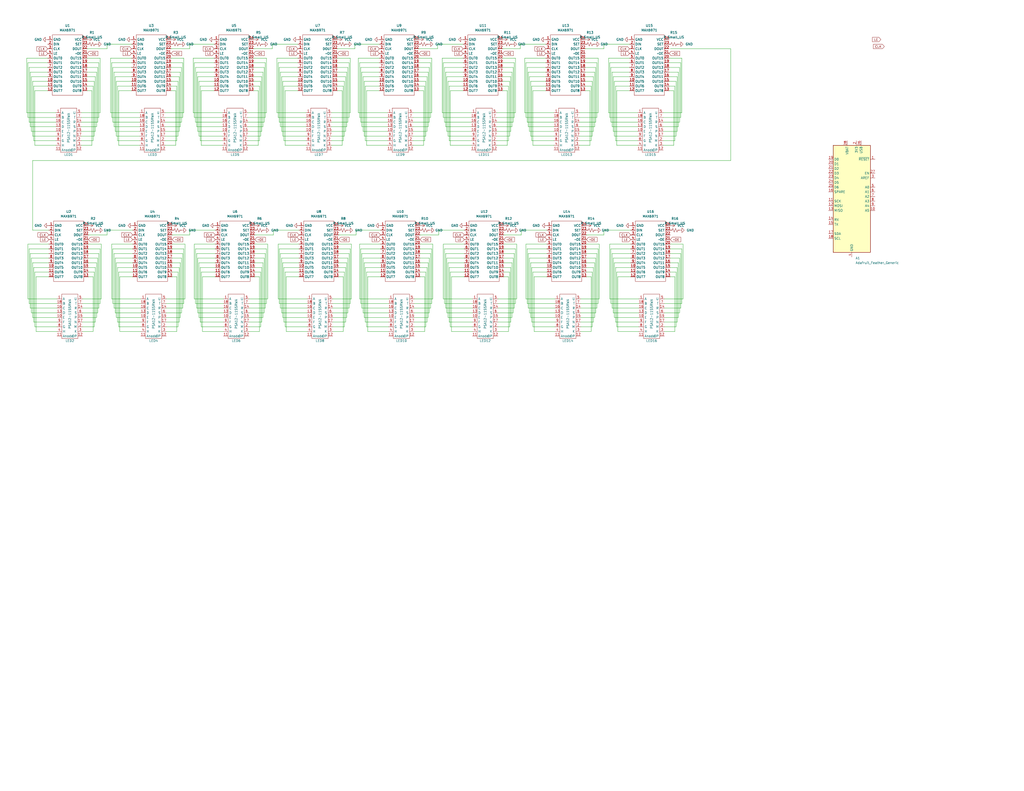
<source format=kicad_sch>
(kicad_sch (version 20211123) (generator eeschema)
  (paper "C")
  (wire (pts (xy 64.77 148.59) (xy 64.77 178.435)))
  (wire (pts (xy 26.035 44.45) (xy 17.78 44.45)))
  (wire (pts (xy 187.96 148.59) (xy 184.785 148.59)))
  (wire (pts (xy 187.96 74.295) (xy 180.975 74.295)))
  (wire (pts (xy 235.585 31.75) (xy 228.6 31.75)))
  (wire (pts (xy 48.26 151.13) (xy 50.8 151.13)))
  (wire (pts (xy 325.755 168.275) (xy 325.755 138.43)))
  (wire (pts (xy 181.61 168.275) (xy 190.5 168.275)))
  (wire (pts (xy 53.975 138.43) (xy 48.26 138.43)))
  (wire (pts (xy 297.815 44.45) (xy 289.56 44.45)))
  (wire (pts (xy 26.67 133.35) (xy 15.24 133.35)))
  (wire (pts (xy 371.475 64.135) (xy 361.95 64.135)))
  (wire (pts (xy 140.97 49.53) (xy 140.97 79.375)))
  (wire (pts (xy 109.855 148.59) (xy 109.855 178.435)))
  (wire (pts (xy 145.415 31.75) (xy 138.43 31.75)))
  (wire (pts (xy 319.405 41.91) (xy 323.85 41.91)))
  (wire (pts (xy 116.84 31.75) (xy 105.41 31.75)))
  (wire (pts (xy 200.025 148.59) (xy 200.025 178.435)))
  (wire (pts (xy 229.235 146.05) (xy 233.045 146.05)))
  (wire (pts (xy 93.345 39.37) (xy 98.425 39.37)))
  (wire (pts (xy 207.645 148.59) (xy 200.025 148.59)))
  (wire (pts (xy 297.815 46.99) (xy 290.195 46.99)))
  (wire (pts (xy 343.535 46.99) (xy 335.915 46.99)))
  (wire (pts (xy 368.935 148.59) (xy 365.76 148.59)))
  (wire (pts (xy 198.755 173.355) (xy 212.09 173.355)))
  (wire (pts (xy 143.51 39.37) (xy 143.51 69.215)))
  (wire (pts (xy 196.215 163.195) (xy 212.09 163.195)))
  (wire (pts (xy 156.21 151.13) (xy 163.195 151.13)))
  (wire (pts (xy 184.785 151.13) (xy 187.325 151.13)))
  (wire (pts (xy 271.78 163.195) (xy 281.94 163.195)))
  (wire (pts (xy 53.34 66.675) (xy 53.34 36.83)))
  (wire (pts (xy 274.955 146.05) (xy 278.765 146.05)))
  (wire (pts (xy 19.685 151.13) (xy 26.67 151.13)))
  (wire (pts (xy 298.45 135.89) (xy 287.655 135.89)))
  (wire (pts (xy 16.51 168.275) (xy 31.115 168.275)))
  (wire (pts (xy 149.225 125.73) (xy 163.195 125.73)))
  (wire (pts (xy 324.485 173.355) (xy 316.865 173.355)))
  (wire (pts (xy 196.215 133.35) (xy 196.215 163.195)))
  (wire (pts (xy 370.84 66.675) (xy 370.84 36.83)))
  (wire (pts (xy 64.135 76.835) (xy 76.2 76.835)))
  (wire (pts (xy 302.895 180.975) (xy 291.465 180.975)))
  (wire (pts (xy 290.83 79.375) (xy 290.83 49.53)))
  (wire (pts (xy 93.345 49.53) (xy 95.885 49.53)))
  (wire (pts (xy 97.155 178.435) (xy 97.155 148.59)))
  (wire (pts (xy 30.48 79.375) (xy 19.05 79.375)))
  (wire (pts (xy 195.58 31.75) (xy 195.58 61.595)))
  (wire (pts (xy 47.625 34.29) (xy 53.975 34.29)))
  (wire (pts (xy 142.875 41.91) (xy 142.875 71.755)))
  (wire (pts (xy 109.855 49.53) (xy 116.84 49.53)))
  (wire (pts (xy 72.39 135.89) (xy 61.595 135.89)))
  (wire (pts (xy 243.205 138.43) (xy 243.205 168.275)))
  (wire (pts (xy 279.4 69.215) (xy 271.145 69.215)))
  (wire (pts (xy 139.065 146.05) (xy 142.875 146.05)))
  (wire (pts (xy 316.865 163.195) (xy 327.025 163.195)))
  (wire (pts (xy 51.435 74.295) (xy 44.45 74.295)))
  (wire (pts (xy 334.645 41.91) (xy 334.645 71.755)))
  (wire (pts (xy 343.535 44.45) (xy 335.28 44.45)))
  (wire (pts (xy 344.17 146.05) (xy 335.915 146.05)))
  (wire (pts (xy 316.865 168.275) (xy 325.755 168.275)))
  (wire (pts (xy 155.575 49.53) (xy 162.56 49.53)))
  (wire (pts (xy 61.595 66.675) (xy 76.2 66.675)))
  (wire (pts (xy 298.45 140.97) (xy 288.925 140.97)))
  (wire (pts (xy 26.67 146.05) (xy 18.415 146.05)))
  (wire (pts (xy 324.485 39.37) (xy 324.485 69.215)))
  (wire (pts (xy 194.31 128.27) (xy 194.31 125.73)))
  (wire (pts (xy 98.425 39.37) (xy 98.425 69.215)))
  (wire (pts (xy 187.325 76.835) (xy 187.325 46.99)))
  (wire (pts (xy 55.245 163.195) (xy 55.245 133.35)))
  (wire (pts (xy 99.06 36.83) (xy 93.345 36.83)))
  (wire (pts (xy 280.67 138.43) (xy 274.955 138.43)))
  (wire (pts (xy 290.195 76.835) (xy 302.26 76.835)))
  (wire (pts (xy 60.325 31.75) (xy 60.325 61.595)))
  (wire (pts (xy 154.94 76.835) (xy 167.005 76.835)))
  (wire (pts (xy 106.68 66.675) (xy 121.285 66.675)))
  (wire (pts (xy 186.69 79.375) (xy 180.975 79.375)))
  (wire (pts (xy 148.59 24.13) (xy 162.56 24.13)))
  (wire (pts (xy 99.06 140.97) (xy 99.06 170.815)))
  (wire (pts (xy 100.33 31.75) (xy 93.345 31.75)))
  (wire (pts (xy 117.475 140.97) (xy 107.95 140.97)))
  (wire (pts (xy 167.64 180.975) (xy 156.21 180.975)))
  (wire (pts (xy 151.765 163.195) (xy 167.64 163.195)))
  (wire (pts (xy 288.925 140.97) (xy 288.925 170.815)))
  (wire (pts (xy 190.5 34.29) (xy 190.5 64.135)))
  (wire (pts (xy 97.79 146.05) (xy 97.79 175.895)))
  (wire (pts (xy 243.84 41.91) (xy 243.84 71.755)))
  (wire (pts (xy 233.045 71.755) (xy 225.425 71.755)))
  (wire (pts (xy 234.95 34.29) (xy 234.95 64.135)))
  (wire (pts (xy 15.24 64.135) (xy 30.48 64.135)))
  (wire (pts (xy 198.12 170.815) (xy 212.09 170.815)))
  (wire (pts (xy 139.065 128.27) (xy 149.225 128.27)))
  (wire (pts (xy 298.45 146.05) (xy 290.195 146.05)))
  (wire (pts (xy 109.22 46.99) (xy 109.22 76.835)))
  (wire (pts (xy 26.035 36.83) (xy 15.875 36.83)))
  (wire (pts (xy 369.57 71.755) (xy 361.95 71.755)))
  (wire (pts (xy 289.56 44.45) (xy 289.56 74.295)))
  (wire (pts (xy 135.89 168.275) (xy 144.78 168.275)))
  (wire (pts (xy 244.475 44.45) (xy 244.475 74.295)))
  (wire (pts (xy 370.205 173.355) (xy 362.585 173.355)))
  (wire (pts (xy 90.17 76.835) (xy 96.52 76.835)))
  (wire (pts (xy 286.385 61.595) (xy 302.26 61.595)))
  (wire (pts (xy 335.915 46.99) (xy 335.915 76.835)))
  (wire (pts (xy 152.4 165.735) (xy 167.64 165.735)))
  (wire (pts (xy 288.29 39.37) (xy 288.29 69.215)))
  (wire (pts (xy 184.15 26.67) (xy 193.675 26.67)))
  (wire (pts (xy 54.61 61.595) (xy 54.61 31.75)))
  (wire (pts (xy 334.01 168.275) (xy 348.615 168.275)))
  (wire (pts (xy 235.585 165.735) (xy 226.06 165.735)))
  (wire (pts (xy 368.3 46.99) (xy 365.125 46.99)))
  (wire (pts (xy 61.595 165.735) (xy 76.835 165.735)))
  (wire (pts (xy 61.595 36.83) (xy 61.595 66.675)))
  (wire (pts (xy 99.695 138.43) (xy 93.98 138.43)))
  (wire (pts (xy 365.125 34.29) (xy 371.475 34.29)))
  (wire (pts (xy 121.285 79.375) (xy 109.855 79.375)))
  (wire (pts (xy 100.965 133.35) (xy 93.98 133.35)))
  (wire (pts (xy 336.55 49.53) (xy 343.535 49.53)))
  (wire (pts (xy 141.605 46.99) (xy 138.43 46.99)))
  (wire (pts (xy 325.755 64.135) (xy 316.23 64.135)))
  (wire (pts (xy 76.835 180.975) (xy 65.405 180.975)))
  (wire (pts (xy 117.475 133.35) (xy 106.045 133.35)))
  (wire (pts (xy 95.885 79.375) (xy 90.17 79.375)))
  (wire (pts (xy 271.78 178.435) (xy 278.13 178.435)))
  (wire (pts (xy 325.12 36.83) (xy 319.405 36.83)))
  (wire (pts (xy 58.42 26.67) (xy 58.42 24.13)))
  (wire (pts (xy 18.415 146.05) (xy 18.415 175.895)))
  (wire (pts (xy 71.755 39.37) (xy 62.23 39.37)))
  (wire (pts (xy 17.145 71.755) (xy 30.48 71.755)))
  (wire (pts (xy 189.23 173.355) (xy 181.61 173.355)))
  (wire (pts (xy 298.45 138.43) (xy 288.29 138.43)))
  (wire (pts (xy 97.155 44.45) (xy 97.155 74.295)))
  (wire (pts (xy 187.325 151.13) (xy 187.325 180.975)))
  (wire (pts (xy 207.645 133.35) (xy 196.215 133.35)))
  (wire (pts (xy 290.83 49.53) (xy 297.815 49.53)))
  (wire (pts (xy 369.57 146.05) (xy 369.57 175.895)))
  (wire (pts (xy 336.55 148.59) (xy 336.55 178.435)))
  (wire (pts (xy 163.195 133.35) (xy 151.765 133.35)))
  (wire (pts (xy 52.705 69.215) (xy 44.45 69.215)))
  (wire (pts (xy 99.695 34.29) (xy 99.695 64.135)))
  (wire (pts (xy 229.235 135.89) (xy 235.585 135.89)))
  (wire (pts (xy 274.32 49.53) (xy 276.86 49.53)))
  (wire (pts (xy 271.78 168.275) (xy 280.67 168.275)))
  (wire (pts (xy 121.92 180.975) (xy 110.49 180.975)))
  (wire (pts (xy 229.235 128.27) (xy 239.395 128.27)))
  (wire (pts (xy 281.94 163.195) (xy 281.94 133.35)))
  (wire (pts (xy 278.13 74.295) (xy 271.145 74.295)))
  (wire (pts (xy 107.315 138.43) (xy 107.315 168.275)))
  (wire (pts (xy 152.4 36.83) (xy 152.4 66.675)))
  (wire (pts (xy 26.67 138.43) (xy 16.51 138.43)))
  (wire (pts (xy 61.595 135.89) (xy 61.595 165.735)))
  (wire (pts (xy 19.05 49.53) (xy 26.035 49.53)))
  (wire (pts (xy 53.34 36.83) (xy 47.625 36.83)))
  (wire (pts (xy 365.76 135.89) (xy 372.11 135.89)))
  (wire (pts (xy 370.205 39.37) (xy 370.205 69.215)))
  (wire (pts (xy 233.68 69.215) (xy 225.425 69.215)))
  (wire (pts (xy 344.17 135.89) (xy 333.375 135.89)))
  (wire (pts (xy 207.645 146.05) (xy 199.39 146.05)))
  (wire (pts (xy 336.55 178.435) (xy 348.615 178.435)))
  (wire (pts (xy 188.595 71.755) (xy 180.975 71.755)))
  (wire (pts (xy 334.645 140.97) (xy 334.645 170.815)))
  (wire (pts (xy 93.345 44.45) (xy 97.155 44.45)))
  (wire (pts (xy 323.85 146.05) (xy 323.85 175.895)))
  (wire (pts (xy 242.57 66.675) (xy 257.175 66.675)))
  (wire (pts (xy 332.74 163.195) (xy 348.615 163.195)))
  (wire (pts (xy 152.4 135.89) (xy 152.4 165.735)))
  (wire (pts (xy 110.49 180.975) (xy 110.49 151.13)))
  (wire (pts (xy 344.17 140.97) (xy 334.645 140.97)))
  (wire (pts (xy 142.24 148.59) (xy 139.065 148.59)))
  (wire (pts (xy 199.39 175.895) (xy 212.09 175.895)))
  (wire (pts (xy 96.52 46.99) (xy 93.345 46.99)))
  (wire (pts (xy 93.98 140.97) (xy 99.06 140.97)))
  (wire (pts (xy 107.315 69.215) (xy 121.285 69.215)))
  (wire (pts (xy 287.02 34.29) (xy 287.02 64.135)))
  (wire (pts (xy 16.51 39.37) (xy 16.51 69.215)))
  (wire (pts (xy 280.035 170.815) (xy 271.78 170.815)))
  (wire (pts (xy 153.035 168.275) (xy 167.64 168.275)))
  (wire (pts (xy 64.135 175.895) (xy 76.835 175.895)))
  (wire (pts (xy 144.145 66.675) (xy 144.145 36.83)))
  (wire (pts (xy 50.165 79.375) (xy 44.45 79.375)))
  (wire (pts (xy 319.405 26.67) (xy 329.565 26.67)))
  (wire (pts (xy 26.035 34.29) (xy 15.24 34.29)))
  (wire (pts (xy 53.975 34.29) (xy 53.975 64.135)))
  (wire (pts (xy 252.73 39.37) (xy 243.205 39.37)))
  (wire (pts (xy 146.05 163.195) (xy 146.05 133.35)))
  (wire (pts (xy 274.32 44.45) (xy 278.13 44.45)))
  (wire (pts (xy 15.875 165.735) (xy 31.115 165.735)))
  (wire (pts (xy 274.955 140.97) (xy 280.035 140.97)))
  (wire (pts (xy 167.005 79.375) (xy 155.575 79.375)))
  (wire (pts (xy 143.51 69.215) (xy 135.255 69.215)))
  (wire (pts (xy 198.755 143.51) (xy 198.755 173.355)))
  (wire (pts (xy 181.61 178.435) (xy 187.96 178.435)))
  (wire (pts (xy 368.3 180.975) (xy 362.585 180.975)))
  (wire (pts (xy 320.04 135.89) (xy 326.39 135.89)))
  (wire (pts (xy 163.195 148.59) (xy 155.575 148.59)))
  (wire (pts (xy 97.79 175.895) (xy 90.805 175.895)))
  (wire (pts (xy 17.78 143.51) (xy 17.78 173.355)))
  (wire (pts (xy 367.665 49.53) (xy 367.665 79.375)))
  (wire (pts (xy 72.39 140.97) (xy 62.865 140.97)))
  (wire (pts (xy 298.45 143.51) (xy 289.56 143.51)))
  (wire (pts (xy 196.215 34.29) (xy 196.215 64.135)))
  (wire (pts (xy 155.575 178.435) (xy 167.64 178.435)))
  (wire (pts (xy 184.785 146.05) (xy 188.595 146.05)))
  (wire (pts (xy 329.565 26.67) (xy 329.565 24.13)))
  (wire (pts (xy 326.39 165.735) (xy 316.865 165.735)))
  (wire (pts (xy 252.73 36.83) (xy 242.57 36.83)))
  (wire (pts (xy 62.23 138.43) (xy 62.23 168.275)))
  (wire (pts (xy 327.025 163.195) (xy 327.025 133.35)))
  (wire (pts (xy 154.94 46.99) (xy 154.94 76.835)))
  (wire (pts (xy 298.45 133.35) (xy 287.02 133.35)))
  (wire (pts (xy 98.425 69.215) (xy 90.17 69.215)))
  (wire (pts (xy 325.12 140.97) (xy 325.12 170.815)))
  (wire (pts (xy 107.95 170.815) (xy 121.92 170.815)))
  (wire (pts (xy 344.17 138.43) (xy 334.01 138.43)))
  (wire (pts (xy 316.23 61.595) (xy 326.39 61.595)))
  (wire (pts (xy 117.475 135.89) (xy 106.68 135.89)))
  (wire (pts (xy 287.02 133.35) (xy 287.02 163.195)))
  (wire (pts (xy 297.815 39.37) (xy 288.29 39.37)))
  (wire (pts (xy 319.405 44.45) (xy 323.215 44.45)))
  (wire (pts (xy 199.39 146.05) (xy 199.39 175.895)))
  (wire (pts (xy 100.33 165.735) (xy 90.805 165.735)))
  (wire (pts (xy 50.8 180.975) (xy 45.085 180.975)))
  (wire (pts (xy 190.5 138.43) (xy 184.785 138.43)))
  (wire (pts (xy 228.6 26.67) (xy 238.76 26.67)))
  (wire (pts (xy 280.67 168.275) (xy 280.67 138.43)))
  (wire (pts (xy 26.035 31.75) (xy 14.605 31.75)))
  (wire (pts (xy 235.585 135.89) (xy 235.585 165.735)))
  (wire (pts (xy 26.035 41.91) (xy 17.145 41.91)))
  (wire (pts (xy 290.83 148.59) (xy 290.83 178.435)))
  (wire (pts (xy 198.12 41.91) (xy 198.12 71.755)))
  (wire (pts (xy 365.76 146.05) (xy 369.57 146.05)))
  (wire (pts (xy 365.76 143.51) (xy 370.205 143.51)))
  (wire (pts (xy 162.56 36.83) (xy 152.4 36.83)))
  (wire (pts (xy 325.12 170.815) (xy 316.865 170.815)))
  (wire (pts (xy 143.51 173.355) (xy 135.89 173.355)))
  (wire (pts (xy 189.865 36.83) (xy 184.15 36.83)))
  (wire (pts (xy 207.645 135.89) (xy 196.85 135.89)))
  (wire (pts (xy 231.775 151.13) (xy 231.775 180.975)))
  (wire (pts (xy 162.56 46.99) (xy 154.94 46.99)))
  (wire (pts (xy 236.22 163.195) (xy 236.22 133.35)))
  (wire (pts (xy 53.975 64.135) (xy 44.45 64.135)))
  (wire (pts (xy 72.39 143.51) (xy 63.5 143.51)))
  (wire (pts (xy 17.78 74.295) (xy 30.48 74.295)))
  (wire (pts (xy 361.95 76.835) (xy 368.3 76.835)))
  (wire (pts (xy 232.41 178.435) (xy 232.41 148.59)))
  (wire (pts (xy 278.13 44.45) (xy 278.13 74.295)))
  (wire (pts (xy 153.67 41.91) (xy 153.67 71.755)))
  (wire (pts (xy 243.84 71.755) (xy 257.175 71.755)))
  (wire (pts (xy 239.395 125.73) (xy 253.365 125.73)))
  (wire (pts (xy 108.585 74.295) (xy 121.285 74.295)))
  (wire (pts (xy 93.345 26.67) (xy 103.505 26.67)))
  (wire (pts (xy 97.155 148.59) (xy 93.98 148.59)))
  (wire (pts (xy 253.365 148.59) (xy 245.745 148.59)))
  (wire (pts (xy 141.605 76.835) (xy 141.605 46.99)))
  (wire (pts (xy 252.73 46.99) (xy 245.11 46.99)))
  (wire (pts (xy 286.385 31.75) (xy 286.385 61.595)))
  (wire (pts (xy 60.96 133.35) (xy 60.96 163.195)))
  (wire (pts (xy 53.34 140.97) (xy 53.34 170.815)))
  (wire (pts (xy 190.5 64.135) (xy 180.975 64.135)))
  (wire (pts (xy 138.43 26.67) (xy 148.59 26.67)))
  (wire (pts (xy 71.755 44.45) (xy 63.5 44.45)))
  (wire (pts (xy 245.11 146.05) (xy 245.11 175.895)))
  (wire (pts (xy 276.86 49.53) (xy 276.86 79.375)))
  (wire (pts (xy 108.585 44.45) (xy 108.585 74.295)))
  (wire (pts (xy 26.035 39.37) (xy 16.51 39.37)))
  (wire (pts (xy 154.94 146.05) (xy 154.94 175.895)))
  (wire (pts (xy 117.475 138.43) (xy 107.315 138.43)))
  (wire (pts (xy 326.39 61.595) (xy 326.39 31.75)))
  (wire (pts (xy 144.78 34.29) (xy 144.78 64.135)))
  (wire (pts (xy 323.215 178.435) (xy 323.215 148.59)))
  (wire (pts (xy 71.755 41.91) (xy 62.865 41.91)))
  (wire (pts (xy 319.405 34.29) (xy 325.755 34.29)))
  (wire (pts (xy 370.84 140.97) (xy 370.84 170.815)))
  (wire (pts (xy 334.01 138.43) (xy 334.01 168.275)))
  (wire (pts (xy 154.94 175.895) (xy 167.64 175.895)))
  (wire (pts (xy 52.705 143.51) (xy 52.705 173.355)))
  (wire (pts (xy 152.4 66.675) (xy 167.005 66.675)))
  (wire (pts (xy 153.035 39.37) (xy 153.035 69.215)))
  (wire (pts (xy 367.665 79.375) (xy 361.95 79.375)))
  (wire (pts (xy 252.73 34.29) (xy 241.935 34.29)))
  (wire (pts (xy 372.11 31.75) (xy 365.125 31.75)))
  (wire (pts (xy 257.81 180.975) (xy 246.38 180.975)))
  (wire (pts (xy 47.625 41.91) (xy 52.07 41.91)))
  (wire (pts (xy 105.41 61.595) (xy 121.285 61.595)))
  (wire (pts (xy 17.78 125.73) (xy 26.67 125.73)))
  (wire (pts (xy 332.105 31.75) (xy 332.105 61.595)))
  (wire (pts (xy 139.065 135.89) (xy 145.415 135.89)))
  (wire (pts (xy 188.595 175.895) (xy 181.61 175.895)))
  (wire (pts (xy 31.115 180.975) (xy 19.685 180.975)))
  (wire (pts (xy 19.05 79.375) (xy 19.05 49.53)))
  (wire (pts (xy 154.305 74.295) (xy 167.005 74.295)))
  (wire (pts (xy 15.24 163.195) (xy 31.115 163.195)))
  (wire (pts (xy 241.3 61.595) (xy 257.175 61.595)))
  (wire (pts (xy 238.76 26.67) (xy 238.76 24.13)))
  (wire (pts (xy 320.04 146.05) (xy 323.85 146.05)))
  (wire (pts (xy 51.435 178.435) (xy 51.435 148.59)))
  (wire (pts (xy 226.06 163.195) (xy 236.22 163.195)))
  (wire (pts (xy 162.56 41.91) (xy 153.67 41.91)))
  (wire (pts (xy 106.045 163.195) (xy 121.92 163.195)))
  (wire (pts (xy 365.125 49.53) (xy 367.665 49.53)))
  (wire (pts (xy 325.12 66.675) (xy 325.12 36.83)))
  (wire (pts (xy 14.605 61.595) (xy 30.48 61.595)))
  (wire (pts (xy 48.26 143.51) (xy 52.705 143.51)))
  (wire (pts (xy 287.655 165.735) (xy 302.895 165.735)))
  (wire (pts (xy 277.495 76.835) (xy 277.495 46.99)))
  (wire (pts (xy 99.06 170.815) (xy 90.805 170.815)))
  (wire (pts (xy 324.485 69.215) (xy 316.23 69.215)))
  (wire (pts (xy 45.085 163.195) (xy 55.245 163.195)))
  (wire (pts (xy 52.07 41.91) (xy 52.07 71.755)))
  (wire (pts (xy 105.41 31.75) (xy 105.41 61.595)))
  (wire (pts (xy 187.96 178.435) (xy 187.96 148.59)))
  (wire (pts (xy 325.755 34.29) (xy 325.755 64.135)))
  (wire (pts (xy 245.745 148.59) (xy 245.745 178.435)))
  (wire (pts (xy 335.28 143.51) (xy 335.28 173.355)))
  (wire (pts (xy 64.135 146.05) (xy 64.135 175.895)))
  (wire (pts (xy 63.5 143.51) (xy 63.5 173.355)))
  (wire (pts (xy 207.645 143.51) (xy 198.755 143.51)))
  (wire (pts (xy 106.045 133.35) (xy 106.045 163.195)))
  (wire (pts (xy 17.145 41.91) (xy 17.145 71.755)))
  (wire (pts (xy 365.125 44.45) (xy 368.935 44.45)))
  (wire (pts (xy 332.74 34.29) (xy 332.74 64.135)))
  (wire (pts (xy 371.475 138.43) (xy 365.76 138.43)))
  (wire (pts (xy 322.58 76.835) (xy 322.58 46.99)))
  (wire (pts (xy 290.83 178.435) (xy 302.895 178.435)))
  (wire (pts (xy 198.12 71.755) (xy 211.455 71.755)))
  (wire (pts (xy 100.965 163.195) (xy 100.965 133.35)))
  (wire (pts (xy 107.95 140.97) (xy 107.95 170.815)))
  (wire (pts (xy 365.76 140.97) (xy 370.84 140.97)))
  (wire (pts (xy 62.865 140.97) (xy 62.865 170.815)))
  (wire (pts (xy 253.365 146.05) (xy 245.11 146.05)))
  (wire (pts (xy 290.195 146.05) (xy 290.195 175.895)))
  (wire (pts (xy 47.625 44.45) (xy 51.435 44.45)))
  (wire (pts (xy 320.04 140.97) (xy 325.12 140.97)))
  (wire (pts (xy 238.76 24.13) (xy 252.73 24.13)))
  (wire (pts (xy 236.22 133.35) (xy 229.235 133.35)))
  (wire (pts (xy 90.17 61.595) (xy 100.33 61.595)))
  (wire (pts (xy 47.625 26.67) (xy 58.42 26.67)))
  (wire (pts (xy 228.6 34.29) (xy 234.95 34.29)))
  (wire (pts (xy 278.765 146.05) (xy 278.765 175.895)))
  (wire (pts (xy 274.955 143.51) (xy 279.4 143.51)))
  (wire (pts (xy 233.68 143.51) (xy 233.68 173.355)))
  (wire (pts (xy 98.425 173.355) (xy 90.805 173.355)))
  (wire (pts (xy 180.975 61.595) (xy 191.135 61.595)))
  (wire (pts (xy 334.645 71.755) (xy 347.98 71.755)))
  (wire (pts (xy 228.6 44.45) (xy 232.41 44.45)))
  (wire (pts (xy 184.15 49.53) (xy 186.69 49.53)))
  (wire (pts (xy 320.04 151.13) (xy 322.58 151.13)))
  (wire (pts (xy 138.43 34.29) (xy 144.78 34.29)))
  (wire (pts (xy 200.66 180.975) (xy 200.66 151.13)))
  (wire (pts (xy 184.15 39.37) (xy 189.23 39.37)))
  (wire (pts (xy 191.77 133.35) (xy 184.785 133.35)))
  (wire (pts (xy 369.57 41.91) (xy 369.57 71.755)))
  (wire (pts (xy 191.135 31.75) (xy 184.15 31.75)))
  (wire (pts (xy 277.495 151.13) (xy 277.495 180.975)))
  (wire (pts (xy 19.05 178.435) (xy 31.115 178.435)))
  (wire (pts (xy 45.085 178.435) (xy 51.435 178.435)))
  (wire (pts (xy 44.45 61.595) (xy 54.61 61.595)))
  (wire (pts (xy 316.23 76.835) (xy 322.58 76.835)))
  (wire (pts (xy 335.28 74.295) (xy 347.98 74.295)))
  (wire (pts (xy 141.605 151.13) (xy 141.605 180.975)))
  (wire (pts (xy 99.06 66.675) (xy 99.06 36.83)))
  (wire (pts (xy 245.11 175.895) (xy 257.81 175.895)))
  (wire (pts (xy 97.155 74.295) (xy 90.17 74.295)))
  (wire (pts (xy 194.31 125.73) (xy 207.645 125.73)))
  (wire (pts (xy 233.68 173.355) (xy 226.06 173.355)))
  (wire (pts (xy 232.41 148.59) (xy 229.235 148.59)))
  (wire (pts (xy 109.22 175.895) (xy 121.92 175.895)))
  (wire (pts (xy 17.78 44.45) (xy 17.78 74.295)))
  (wire (pts (xy 14.605 31.75) (xy 14.605 61.595)))
  (wire (pts (xy 289.56 173.355) (xy 302.895 173.355)))
  (wire (pts (xy 156.21 180.975) (xy 156.21 151.13)))
  (wire (pts (xy 207.645 140.97) (xy 198.12 140.97)))
  (wire (pts (xy 226.06 168.275) (xy 234.95 168.275)))
  (wire (pts (xy 246.38 151.13) (xy 253.365 151.13)))
  (wire (pts (xy 60.96 163.195) (xy 76.835 163.195)))
  (wire (pts (xy 138.43 44.45) (xy 142.24 44.45)))
  (wire (pts (xy 162.56 39.37) (xy 153.035 39.37)))
  (wire (pts (xy 144.145 140.97) (xy 144.145 170.815)))
  (wire (pts (xy 274.955 135.89) (xy 281.305 135.89)))
  (wire (pts (xy 110.49 151.13) (xy 117.475 151.13)))
  (wire (pts (xy 180.975 76.835) (xy 187.325 76.835)))
  (wire (pts (xy 297.815 31.75) (xy 286.385 31.75)))
  (wire (pts (xy 234.95 138.43) (xy 229.235 138.43)))
  (wire (pts (xy 343.535 36.83) (xy 333.375 36.83)))
  (wire (pts (xy 72.39 138.43) (xy 62.23 138.43)))
  (wire (pts (xy 281.305 135.89) (xy 281.305 165.735)))
  (wire (pts (xy 241.935 133.35) (xy 241.935 163.195)))
  (wire (pts (xy 322.58 151.13) (xy 322.58 180.975)))
  (wire (pts (xy 50.8 46.99) (xy 47.625 46.99)))
  (wire (pts (xy 197.485 168.275) (xy 212.09 168.275)))
  (wire (pts (xy 335.915 146.05) (xy 335.915 175.895)))
  (wire (pts (xy 184.15 34.29) (xy 190.5 34.29)))
  (wire (pts (xy 142.24 44.45) (xy 142.24 74.295)))
  (wire (pts (xy 76.2 79.375) (xy 64.77 79.375)))
  (wire (pts (xy 16.51 69.215) (xy 30.48 69.215)))
  (wire (pts (xy 48.26 135.89) (xy 54.61 135.89)))
  (wire (pts (xy 289.56 143.51) (xy 289.56 173.355)))
  (wire (pts (xy 288.29 168.275) (xy 302.895 168.275)))
  (wire (pts (xy 198.755 44.45) (xy 198.755 74.295)))
  (wire (pts (xy 361.95 61.595) (xy 372.11 61.595)))
  (wire (pts (xy 162.56 34.29) (xy 151.765 34.29)))
  (wire (pts (xy 284.48 128.27) (xy 284.48 125.73)))
  (wire (pts (xy 54.61 165.735) (xy 45.085 165.735)))
  (wire (pts (xy 231.14 49.53) (xy 231.14 79.375)))
  (wire (pts (xy 199.39 76.835) (xy 211.455 76.835)))
  (wire (pts (xy 225.425 61.595) (xy 235.585 61.595)))
  (wire (pts (xy 187.325 180.975) (xy 181.61 180.975)))
  (wire (pts (xy 333.375 165.735) (xy 348.615 165.735)))
  (wire (pts (xy 15.24 133.35) (xy 15.24 163.195)))
  (wire (pts (xy 90.17 66.675) (xy 99.06 66.675)))
  (wire (pts (xy 200.025 49.53) (xy 207.01 49.53)))
  (wire (pts (xy 370.205 143.51) (xy 370.205 173.355)))
  (wire (pts (xy 18.415 76.835) (xy 30.48 76.835)))
  (wire (pts (xy 15.24 34.29) (xy 15.24 64.135)))
  (wire (pts (xy 90.805 178.435) (xy 97.155 178.435)))
  (wire (pts (xy 189.23 39.37) (xy 189.23 69.215)))
  (wire (pts (xy 138.43 41.91) (xy 142.875 41.91)))
  (wire (pts (xy 365.76 26.67) (xy 398.78 26.67)))
  (wire (pts (xy 48.26 140.97) (xy 53.34 140.97)))
  (wire (pts (xy 371.475 34.29) (xy 371.475 64.135)))
  (wire (pts (xy 187.96 44.45) (xy 187.96 74.295)))
  (wire (pts (xy 252.73 44.45) (xy 244.475 44.45)))
  (wire (pts (xy 233.045 146.05) (xy 233.045 175.895)))
  (wire (pts (xy 71.755 31.75) (xy 60.325 31.75)))
  (wire (pts (xy 109.22 76.835) (xy 121.285 76.835)))
  (wire (pts (xy 98.425 143.51) (xy 98.425 173.355)))
  (wire (pts (xy 63.5 44.45) (xy 63.5 74.295)))
  (wire (pts (xy 15.875 36.83) (xy 15.875 66.675)))
  (wire (pts (xy 233.045 41.91) (xy 233.045 71.755)))
  (wire (pts (xy 231.775 180.975) (xy 226.06 180.975)))
  (wire (pts (xy 139.065 151.13) (xy 141.605 151.13)))
  (wire (pts (xy 370.84 36.83) (xy 365.125 36.83)))
  (wire (pts (xy 253.365 138.43) (xy 243.205 138.43)))
  (wire (pts (xy 335.915 175.895) (xy 348.615 175.895)))
  (wire (pts (xy 245.11 76.835) (xy 257.175 76.835)))
  (wire (pts (xy 316.865 178.435) (xy 323.215 178.435)))
  (wire (pts (xy 106.68 135.89) (xy 106.68 165.735)))
  (wire (pts (xy 53.34 170.815) (xy 45.085 170.815)))
  (wire (pts (xy 196.85 135.89) (xy 196.85 165.735)))
  (wire (pts (xy 151.13 31.75) (xy 151.13 61.595)))
  (wire (pts (xy 64.77 49.53) (xy 71.755 49.53)))
  (wire (pts (xy 54.61 31.75) (xy 47.625 31.75)))
  (wire (pts (xy 343.535 41.91) (xy 334.645 41.91)))
  (wire (pts (xy 368.935 178.435) (xy 368.935 148.59)))
  (wire (pts (xy 106.68 36.83) (xy 106.68 66.675)))
  (wire (pts (xy 135.255 66.675) (xy 144.145 66.675)))
  (wire (pts (xy 48.26 146.05) (xy 52.07 146.05)))
  (wire (pts (xy 229.235 151.13) (xy 231.775 151.13)))
  (wire (pts (xy 281.305 61.595) (xy 281.305 31.75)))
  (wire (pts (xy 48.26 128.27) (xy 58.42 128.27)))
  (wire (pts (xy 235.585 61.595) (xy 235.585 31.75)))
  (wire (pts (xy 62.23 168.275) (xy 76.835 168.275)))
  (wire (pts (xy 191.135 165.735) (xy 181.61 165.735)))
  (wire (pts (xy 281.94 133.35) (xy 274.955 133.35)))
  (wire (pts (xy 365.125 41.91) (xy 369.57 41.91)))
  (wire (pts (xy 117.475 146.05) (xy 109.22 146.05)))
  (wire (pts (xy 163.195 138.43) (xy 153.035 138.43)))
  (wire (pts (xy 362.585 163.195) (xy 372.745 163.195)))
  (wire (pts (xy 153.035 138.43) (xy 153.035 168.275)))
  (wire (pts (xy 372.11 165.735) (xy 362.585 165.735)))
  (wire (pts (xy 135.255 61.595) (xy 145.415 61.595)))
  (wire (pts (xy 243.205 39.37) (xy 243.205 69.215)))
  (wire (pts (xy 90.805 168.275) (xy 99.695 168.275)))
  (wire (pts (xy 93.98 135.89) (xy 100.33 135.89)))
  (wire (pts (xy 344.17 133.35) (xy 332.74 133.35)))
  (wire (pts (xy 344.17 148.59) (xy 336.55 148.59)))
  (wire (pts (xy 398.78 87.63) (xy 17.78 87.63)))
  (wire (pts (xy 108.585 173.355) (xy 121.92 173.355)))
  (wire (pts (xy 145.415 135.89) (xy 145.415 165.735)))
  (wire (pts (xy 290.195 175.895) (xy 302.895 175.895)))
  (wire (pts (xy 151.13 61.595) (xy 167.005 61.595)))
  (wire (pts (xy 96.52 180.975) (xy 90.805 180.975)))
  (wire (pts (xy 333.375 135.89) (xy 333.375 165.735)))
  (wire (pts (xy 65.405 180.975) (xy 65.405 151.13)))
  (wire (pts (xy 145.415 61.595) (xy 145.415 31.75)))
  (wire (pts (xy 362.585 178.435) (xy 368.935 178.435)))
  (wire (pts (xy 162.56 44.45) (xy 154.305 44.45)))
  (wire (pts (xy 372.11 135.89) (xy 372.11 165.735)))
  (wire (pts (xy 116.84 44.45) (xy 108.585 44.45)))
  (wire (pts (xy 117.475 148.59) (xy 109.855 148.59)))
  (wire (pts (xy 163.195 140.97) (xy 153.67 140.97)))
  (wire (pts (xy 54.61 135.89) (xy 54.61 165.735)))
  (wire (pts (xy 60.96 64.135) (xy 76.2 64.135)))
  (wire (pts (xy 243.205 69.215) (xy 257.175 69.215)))
  (wire (pts (xy 244.475 74.295) (xy 257.175 74.295)))
  (wire (pts (xy 280.035 66.675) (xy 280.035 36.83)))
  (wire (pts (xy 329.565 125.73) (xy 344.17 125.73)))
  (wire (pts (xy 246.38 180.975) (xy 246.38 151.13)))
  (wire (pts (xy 243.84 140.97) (xy 243.84 170.815)))
  (wire (pts (xy 343.535 34.29) (xy 332.74 34.29)))
  (wire (pts (xy 288.925 170.815) (xy 302.895 170.815)))
  (wire (pts (xy 332.74 133.35) (xy 332.74 163.195)))
  (wire (pts (xy 228.6 41.91) (xy 233.045 41.91)))
  (wire (pts (xy 370.84 170.815) (xy 362.585 170.815)))
  (wire (pts (xy 18.415 175.895) (xy 31.115 175.895)))
  (wire (pts (xy 144.78 64.135) (xy 135.255 64.135)))
  (wire (pts (xy 144.78 168.275) (xy 144.78 138.43)))
  (wire (pts (xy 106.045 34.29) (xy 106.045 64.135)))
  (wire (pts (xy 65.405 151.13) (xy 72.39 151.13)))
  (wire (pts (xy 198.755 74.295) (xy 211.455 74.295)))
  (wire (pts (xy 277.495 180.975) (xy 271.78 180.975)))
  (wire (pts (xy 287.655 135.89) (xy 287.655 165.735)))
  (wire (pts (xy 189.865 140.97) (xy 189.865 170.815)))
  (wire (pts (xy 271.145 66.675) (xy 280.035 66.675)))
  (wire (pts (xy 50.8 76.835) (xy 50.8 46.99)))
  (wire (pts (xy 107.315 39.37) (xy 107.315 69.215)))
  (wire (pts (xy 117.475 143.51) (xy 108.585 143.51)))
  (wire (pts (xy 322.58 46.99) (xy 319.405 46.99)))
  (wire (pts (xy 297.815 36.83) (xy 287.655 36.83)))
  (wire (pts (xy 274.32 39.37) (xy 279.4 39.37)))
  (wire (pts (xy 274.955 128.27) (xy 284.48 128.27)))
  (wire (pts (xy 189.23 143.51) (xy 189.23 173.355)))
  (wire (pts (xy 15.875 66.675) (xy 30.48 66.675)))
  (wire (pts (xy 100.33 61.595) (xy 100.33 31.75)))
  (wire (pts (xy 323.85 41.91) (xy 323.85 71.755)))
  (wire (pts (xy 228.6 39.37) (xy 233.68 39.37)))
  (wire (pts (xy 207.645 138.43) (xy 197.485 138.43)))
  (wire (pts (xy 287.655 66.675) (xy 302.26 66.675)))
  (wire (pts (xy 320.04 128.27) (xy 329.565 128.27)))
  (wire (pts (xy 72.39 146.05) (xy 64.135 146.05)))
  (wire (pts (xy 322.58 180.975) (xy 316.865 180.975)))
  (wire (pts (xy 138.43 39.37) (xy 143.51 39.37)))
  (wire (pts (xy 333.375 36.83) (xy 333.375 66.675)))
  (wire (pts (xy 99.695 64.135) (xy 90.17 64.135)))
  (wire (pts (xy 51.435 148.59) (xy 48.26 148.59)))
  (wire (pts (xy 109.855 178.435) (xy 121.92 178.435)))
  (wire (pts (xy 278.765 71.755) (xy 271.145 71.755)))
  (wire (pts (xy 207.01 34.29) (xy 196.215 34.29)))
  (wire (pts (xy 153.035 69.215) (xy 167.005 69.215)))
  (wire (pts (xy 276.86 79.375) (xy 271.145 79.375)))
  (wire (pts (xy 398.78 26.67) (xy 398.78 87.63)))
  (wire (pts (xy 283.845 26.67) (xy 283.845 24.13)))
  (wire (pts (xy 319.405 39.37) (xy 324.485 39.37)))
  (wire (pts (xy 19.685 180.975) (xy 19.685 151.13)))
  (wire (pts (xy 62.23 39.37) (xy 62.23 69.215)))
  (wire (pts (xy 200.025 178.435) (xy 212.09 178.435)))
  (wire (pts (xy 103.505 125.73) (xy 117.475 125.73)))
  (wire (pts (xy 198.12 140.97) (xy 198.12 170.815)))
  (wire (pts (xy 60.96 34.29) (xy 60.96 64.135)))
  (wire (pts (xy 155.575 79.375) (xy 155.575 49.53)))
  (wire (pts (xy 234.315 140.97) (xy 234.315 170.815)))
  (wire (pts (xy 52.07 146.05) (xy 52.07 175.895)))
  (wire (pts (xy 336.55 79.375) (xy 336.55 49.53)))
  (wire (pts (xy 368.935 44.45) (xy 368.935 74.295)))
  (wire (pts (xy 280.67 34.29) (xy 280.67 64.135)))
  (wire (pts (xy 63.5 173.355) (xy 76.835 173.355)))
  (wire (pts (xy 233.045 175.895) (xy 226.06 175.895)))
  (wire (pts (xy 279.4 39.37) (xy 279.4 69.215)))
  (wire (pts (xy 189.23 69.215) (xy 180.975 69.215)))
  (wire (pts (xy 197.485 138.43) (xy 197.485 168.275)))
  (wire (pts (xy 52.705 39.37) (xy 52.705 69.215)))
  (wire (pts (xy 274.955 151.13) (xy 277.495 151.13)))
  (wire (pts (xy 253.365 143.51) (xy 244.475 143.51)))
  (wire (pts (xy 231.775 76.835) (xy 231.775 46.99)))
  (wire (pts (xy 257.175 79.375) (xy 245.745 79.375)))
  (wire (pts (xy 163.195 135.89) (xy 152.4 135.89)))
  (wire (pts (xy 103.505 26.67) (xy 103.505 24.13)))
  (wire (pts (xy 62.865 41.91) (xy 62.865 71.755)))
  (wire (pts (xy 199.39 46.99) (xy 199.39 76.835)))
  (wire (pts (xy 142.875 175.895) (xy 135.89 175.895)))
  (wire (pts (xy 274.32 26.67) (xy 283.845 26.67)))
  (wire (pts (xy 226.06 178.435) (xy 232.41 178.435)))
  (wire (pts (xy 372.745 163.195) (xy 372.745 133.35)))
  (wire (pts (xy 326.39 31.75) (xy 319.405 31.75)))
  (wire (pts (xy 252.73 31.75) (xy 241.3 31.75)))
  (wire (pts (xy 278.765 175.895) (xy 271.78 175.895)))
  (wire (pts (xy 229.235 143.51) (xy 233.68 143.51)))
  (wire (pts (xy 243.84 170.815) (xy 257.81 170.815)))
  (wire (pts (xy 135.89 163.195) (xy 146.05 163.195)))
  (wire (pts (xy 53.975 168.275) (xy 53.975 138.43)))
  (wire (pts (xy 109.22 146.05) (xy 109.22 175.895)))
  (wire (pts (xy 71.755 34.29) (xy 60.96 34.29)))
  (wire (pts (xy 372.11 61.595) (xy 372.11 31.75)))
  (wire (pts (xy 207.01 46.99) (xy 199.39 46.99)))
  (wire (pts (xy 279.4 173.355) (xy 271.78 173.355)))
  (wire (pts (xy 191.77 163.195) (xy 191.77 133.35)))
  (wire (pts (xy 184.785 128.27) (xy 194.31 128.27)))
  (wire (pts (xy 319.405 49.53) (xy 321.945 49.53)))
  (wire (pts (xy 58.42 125.73) (xy 72.39 125.73)))
  (wire (pts (xy 103.505 24.13) (xy 116.84 24.13)))
  (wire (pts (xy 191.135 135.89) (xy 191.135 165.735)))
  (wire (pts (xy 281.305 165.735) (xy 271.78 165.735)))
  (wire (pts (xy 190.5 168.275) (xy 190.5 138.43)))
  (wire (pts (xy 368.935 74.295) (xy 361.95 74.295)))
  (wire (pts (xy 107.315 168.275) (xy 121.92 168.275)))
  (wire (pts (xy 348.615 180.975) (xy 337.185 180.975)))
  (wire (pts (xy 96.52 151.13) (xy 96.52 180.975)))
  (wire (pts (xy 100.33 135.89) (xy 100.33 165.735)))
  (wire (pts (xy 138.43 49.53) (xy 140.97 49.53)))
  (wire (pts (xy 323.85 71.755) (xy 316.23 71.755)))
  (wire (pts (xy 207.01 31.75) (xy 195.58 31.75)))
  (wire (pts (xy 139.065 143.51) (xy 143.51 143.51)))
  (wire (pts (xy 109.855 79.375) (xy 109.855 49.53)))
  (wire (pts (xy 244.475 173.355) (xy 257.81 173.355)))
  (wire (pts (xy 234.315 66.675) (xy 234.315 36.83)))
  (wire (pts (xy 284.48 125.73) (xy 298.45 125.73)))
  (wire (pts (xy 232.41 44.45) (xy 232.41 74.295)))
  (wire (pts (xy 144.145 36.83) (xy 138.43 36.83)))
  (wire (pts (xy 188.595 146.05) (xy 188.595 175.895)))
  (wire (pts (xy 50.165 49.53) (xy 50.165 79.375)))
  (wire (pts (xy 146.05 133.35) (xy 139.065 133.35)))
  (wire (pts (xy 287.655 36.83) (xy 287.655 66.675)))
  (wire (pts (xy 93.98 146.05) (xy 97.79 146.05)))
  (wire (pts (xy 324.485 143.51) (xy 324.485 173.355)))
  (wire (pts (xy 323.85 175.895) (xy 316.865 175.895)))
  (wire (pts (xy 55.245 133.35) (xy 48.26 133.35)))
  (wire (pts (xy 288.925 71.755) (xy 302.26 71.755)))
  (wire (pts (xy 279.4 143.51) (xy 279.4 173.355)))
  (wire (pts (xy 274.32 34.29) (xy 280.67 34.29)))
  (wire (pts (xy 335.28 44.45) (xy 335.28 74.295)))
  (wire (pts (xy 200.66 151.13) (xy 207.645 151.13)))
  (wire (pts (xy 106.68 165.735) (xy 121.92 165.735)))
  (wire (pts (xy 193.675 24.13) (xy 207.01 24.13)))
  (wire (pts (xy 154.305 44.45) (xy 154.305 74.295)))
  (wire (pts (xy 17.145 170.815) (xy 31.115 170.815)))
  (wire (pts (xy 288.925 41.91) (xy 288.925 71.755)))
  (wire (pts (xy 243.205 168.275) (xy 257.81 168.275)))
  (wire (pts (xy 72.39 148.59) (xy 64.77 148.59)))
  (wire (pts (xy 97.79 71.755) (xy 90.17 71.755)))
  (wire (pts (xy 142.24 74.295) (xy 135.255 74.295)))
  (wire (pts (xy 329.565 128.27) (xy 329.565 125.73)))
  (wire (pts (xy 151.765 64.135) (xy 167.005 64.135)))
  (wire (pts (xy 187.325 46.99) (xy 184.15 46.99)))
  (wire (pts (xy 323.215 74.295) (xy 316.23 74.295)))
  (wire (pts (xy 97.79 41.91) (xy 97.79 71.755)))
  (wire (pts (xy 52.07 71.755) (xy 44.45 71.755)))
  (wire (pts (xy 297.815 41.91) (xy 288.925 41.91)))
  (wire (pts (xy 153.67 71.755) (xy 167.005 71.755)))
  (wire (pts (xy 241.935 34.29) (xy 241.935 64.135)))
  (wire (pts (xy 196.85 165.735) (xy 212.09 165.735)))
  (wire (pts (xy 140.97 79.375) (xy 135.255 79.375)))
  (wire (pts (xy 334.645 170.815) (xy 348.615 170.815)))
  (wire (pts (xy 372.745 133.35) (xy 365.76 133.35)))
  (wire (pts (xy 26.67 143.51) (xy 17.78 143.51)))
  (wire (pts (xy 271.145 76.835) (xy 277.495 76.835)))
  (wire (pts (xy 288.29 138.43) (xy 288.29 168.275)))
  (wire (pts (xy 135.89 178.435) (xy 142.24 178.435)))
  (wire (pts (xy 280.67 64.135) (xy 271.145 64.135)))
  (wire (pts (xy 17.145 140.97) (xy 17.145 170.815)))
  (wire (pts (xy 151.765 34.29) (xy 151.765 64.135)))
  (wire (pts (xy 144.78 138.43) (xy 139.065 138.43)))
  (wire (pts (xy 116.84 46.99) (xy 109.22 46.99)))
  (wire (pts (xy 162.56 31.75) (xy 151.13 31.75)))
  (wire (pts (xy 108.585 143.51) (xy 108.585 173.355)))
  (wire (pts (xy 64.135 46.99) (xy 64.135 76.835)))
  (wire (pts (xy 229.235 140.97) (xy 234.315 140.97)))
  (wire (pts (xy 242.57 135.89) (xy 242.57 165.735)))
  (wire (pts (xy 231.14 79.375) (xy 225.425 79.375)))
  (wire (pts (xy 191.135 61.595) (xy 191.135 31.75)))
  (wire (pts (xy 245.745 79.375) (xy 245.745 49.53)))
  (wire (pts (xy 207.01 36.83) (xy 196.85 36.83)))
  (wire (pts (xy 26.67 140.97) (xy 17.145 140.97)))
  (wire (pts (xy 96.52 76.835) (xy 96.52 46.99)))
  (wire (pts (xy 234.315 170.815) (xy 226.06 170.815)))
  (wire (pts (xy 245.745 49.53) (xy 252.73 49.53)))
  (wire (pts (xy 62.865 170.815) (xy 76.835 170.815)))
  (wire (pts (xy 142.875 146.05) (xy 142.875 175.895)))
  (wire (pts (xy 184.785 135.89) (xy 191.135 135.89)))
  (wire (pts (xy 62.865 71.755) (xy 76.2 71.755)))
  (wire (pts (xy 337.185 151.13) (xy 344.17 151.13)))
  (wire (pts (xy 361.95 66.675) (xy 370.84 66.675)))
  (wire (pts (xy 72.39 133.35) (xy 60.96 133.35)))
  (wire (pts (xy 44.45 66.675) (xy 53.34 66.675)))
  (wire (pts (xy 107.95 41.91) (xy 107.95 71.755)))
  (wire (pts (xy 71.755 46.99) (xy 64.135 46.99)))
  (wire (pts (xy 141.605 180.975) (xy 135.89 180.975)))
  (wire (pts (xy 63.5 74.295) (xy 76.2 74.295)))
  (wire (pts (xy 189.865 170.815) (xy 181.61 170.815)))
  (wire (pts (xy 368.3 76.835) (xy 368.3 46.99)))
  (wire (pts (xy 93.98 128.27) (xy 103.505 128.27)))
  (wire (pts (xy 334.01 39.37) (xy 334.01 69.215)))
  (wire (pts (xy 274.32 41.91) (xy 278.765 41.91)))
  (wire (pts (xy 90.805 163.195) (xy 100.965 163.195)))
  (wire (pts (xy 362.585 168.275) (xy 371.475 168.275)))
  (wire (pts (xy 16.51 138.43) (xy 16.51 168.275)))
  (wire (pts (xy 297.815 34.29) (xy 287.02 34.29)))
  (wire (pts (xy 196.85 66.675) (xy 211.455 66.675)))
  (wire (pts (xy 298.45 148.59) (xy 290.83 148.59)))
  (wire (pts (xy 329.565 24.13) (xy 343.535 24.13)))
  (wire (pts (xy 327.025 133.35) (xy 320.04 133.35)))
  (wire (pts (xy 335.915 76.835) (xy 347.98 76.835)))
  (wire (pts (xy 60.325 61.595) (xy 76.2 61.595)))
  (wire (pts (xy 149.225 128.27) (xy 149.225 125.73)))
  (wire (pts (xy 188.595 41.91) (xy 188.595 71.755)))
  (wire (pts (xy 233.68 39.37) (xy 233.68 69.215)))
  (wire (pts (xy 106.045 64.135) (xy 121.285 64.135)))
  (wire (pts (xy 368.3 151.13) (xy 368.3 180.975)))
  (wire (pts (xy 181.61 163.195) (xy 191.77 163.195)))
  (wire (pts (xy 197.485 69.215) (xy 211.455 69.215)))
  (wire (pts (xy 45.085 168.275) (xy 53.975 168.275)))
  (wire (pts (xy 154.305 143.51) (xy 154.305 173.355)))
  (wire (pts (xy 207.01 39.37) (xy 197.485 39.37)))
  (wire (pts (xy 289.56 74.295) (xy 302.26 74.295)))
  (wire (pts (xy 71.755 36.83) (xy 61.595 36.83)))
  (wire (pts (xy 253.365 135.89) (xy 242.57 135.89)))
  (wire (pts (xy 211.455 79.375) (xy 200.025 79.375)))
  (wire (pts (xy 335.28 173.355) (xy 348.615 173.355)))
  (wire (pts (xy 142.24 178.435) (xy 142.24 148.59)))
  (wire (pts (xy 242.57 165.735) (xy 257.81 165.735)))
  (wire (pts (xy 288.29 69.215) (xy 302.26 69.215)))
  (wire (pts (xy 47.625 39.37) (xy 52.705 39.37)))
  (wire (pts (xy 252.73 41.91) (xy 243.84 41.91)))
  (wire (pts (xy 116.84 36.83) (xy 106.68 36.83)))
  (wire (pts (xy 241.935 163.195) (xy 257.81 163.195)))
  (wire (pts (xy 207.01 44.45) (xy 198.755 44.45)))
  (wire (pts (xy 332.74 64.135) (xy 347.98 64.135)))
  (wire (pts (xy 17.78 173.355) (xy 31.115 173.355)))
  (wire (pts (xy 144.145 170.815) (xy 135.89 170.815)))
  (wire (pts (xy 231.775 46.99) (xy 228.6 46.99)))
  (wire (pts (xy 326.39 135.89) (xy 326.39 165.735)))
  (wire (pts (xy 52.07 175.895) (xy 45.085 175.895)))
  (wire (pts (xy 184.15 41.91) (xy 188.595 41.91)))
  (wire (pts (xy 290.195 46.99) (xy 290.195 76.835)))
  (wire (pts (xy 325.755 138.43) (xy 320.04 138.43)))
  (wire (pts (xy 245.11 46.99) (xy 245.11 76.835)))
  (wire (pts (xy 334.01 69.215) (xy 347.98 69.215)))
  (wire (pts (xy 64.77 79.375) (xy 64.77 49.53)))
  (wire (pts (xy 278.13 148.59) (xy 274.955 148.59)))
  (wire (pts (xy 316.23 66.675) (xy 325.12 66.675)))
  (wire (pts (xy 241.935 64.135) (xy 257.175 64.135)))
  (wire (pts (xy 196.85 36.83) (xy 196.85 66.675)))
  (wire (pts (xy 153.67 140.97) (xy 153.67 170.815)))
  (wire (pts (xy 225.425 66.675) (xy 234.315 66.675)))
  (wire (pts (xy 107.95 71.755) (xy 121.285 71.755)))
  (wire (pts (xy 139.065 140.97) (xy 144.145 140.97)))
  (wire (pts (xy 116.84 39.37) (xy 107.315 39.37)))
  (wire (pts (xy 291.465 151.13) (xy 298.45 151.13)))
  (wire (pts (xy 50.8 151.13) (xy 50.8 180.975)))
  (wire (pts (xy 280.035 140.97) (xy 280.035 170.815)))
  (wire (pts (xy 184.785 143.51) (xy 189.23 143.51)))
  (wire (pts (xy 93.98 143.51) (xy 98.425 143.51)))
  (wire (pts (xy 64.77 178.435) (xy 76.835 178.435)))
  (wire (pts (xy 228.6 49.53) (xy 231.14 49.53)))
  (wire (pts (xy 253.365 133.35) (xy 241.935 133.35)))
  (wire (pts (xy 323.215 44.45) (xy 323.215 74.295)))
  (wire (pts (xy 116.84 41.91) (xy 107.95 41.91)))
  (wire (pts (xy 234.95 64.135) (xy 225.425 64.135)))
  (wire (pts (xy 116.84 34.29) (xy 106.045 34.29)))
  (wire (pts (xy 234.315 36.83) (xy 228.6 36.83)))
  (wire (pts (xy 95.885 49.53) (xy 95.885 79.375)))
  (wire (pts (xy 321.945 79.375) (xy 316.23 79.375)))
  (wire (pts (xy 26.67 148.59) (xy 19.05 148.59)))
  (wire (pts (xy 244.475 143.51) (xy 244.475 173.355)))
  (wire (pts (xy 239.395 128.27) (xy 239.395 125.73)))
  (wire (pts (xy 26.67 135.89) (xy 15.875 135.89)))
  (wire (pts (xy 163.195 143.51) (xy 154.305 143.51)))
  (wire (pts (xy 225.425 76.835) (xy 231.775 76.835)))
  (wire (pts (xy 241.3 31.75) (xy 241.3 61.595)))
  (wire (pts (xy 93.345 34.29) (xy 99.695 34.29)))
  (wire (pts (xy 371.475 168.275) (xy 371.475 138.43)))
  (wire (pts (xy 153.67 170.815) (xy 167.64 170.815)))
  (wire (pts (xy 103.505 128.27) (xy 103.505 125.73)))
  (wire (pts (xy 189.865 66.675) (xy 189.865 36.83)))
  (wire (pts (xy 145.415 165.735) (xy 135.89 165.735)))
  (wire (pts (xy 320.04 143.51) (xy 324.485 143.51)))
  (wire (pts (xy 143.51 143.51) (xy 143.51 173.355)))
  (wire (pts (xy 370.205 69.215) (xy 361.95 69.215)))
  (wire (pts (xy 234.95 168.275) (xy 234.95 138.43)))
  (wire (pts (xy 26.035 46.99) (xy 18.415 46.99)))
  (wire (pts (xy 99.695 168.275) (xy 99.695 138.43)))
  (wire (pts (xy 197.485 39.37) (xy 197.485 69.215)))
  (wire (pts (xy 93.98 151.13) (xy 96.52 151.13)))
  (wire (pts (xy 180.975 66.675) (xy 189.865 66.675)))
  (wire (pts (xy 148.59 26.67) (xy 148.59 24.13)))
  (wire (pts (xy 44.45 76.835) (xy 50.8 76.835)))
  (wire (pts (xy 15.875 135.89) (xy 15.875 165.735)))
  (wire (pts (xy 365.76 151.13) (xy 368.3 151.13)))
  (wire (pts (xy 184.785 140.97) (xy 189.865 140.97)))
  (wire (pts (xy 200.025 79.375) (xy 200.025 49.53)))
  (wire (pts (xy 323.215 148.59) (xy 320.04 148.59)))
  (wire (pts (xy 18.415 46.99) (xy 18.415 76.835)))
  (wire (pts (xy 19.05 148.59) (xy 19.05 178.435)))
  (wire (pts (xy 58.42 24.13) (xy 71.755 24.13)))
  (wire (pts (xy 193.675 26.67) (xy 193.675 24.13)))
  (wire (pts (xy 291.465 180.975) (xy 291.465 151.13)))
  (wire (pts (xy 135.255 76.835) (xy 141.605 76.835)))
  (wire (pts (xy 155.575 148.59) (xy 155.575 178.435)))
  (wire (pts (xy 212.09 180.975) (xy 200.66 180.975)))
  (wire (pts (xy 242.57 36.83) (xy 242.57 66.675)))
  (wire (pts (xy 347.98 79.375) (xy 336.55 79.375)))
  (wire (pts (xy 271.145 61.595) (xy 281.305 61.595)))
  (wire (pts (xy 343.535 31.75) (xy 332.105 31.75)))
  (wire (pts (xy 17.78 87.63) (xy 17.78 125.73)))
  (wire (pts (xy 151.765 133.35) (xy 151.765 163.195)))
  (wire (pts (xy 343.535 39.37) (xy 334.01 39.37)))
  (wire (pts (xy 184.15 44.45) (xy 187.96 44.45)))
  (wire (pts (xy 51.435 44.45) (xy 51.435 74.295)))
  (wire (pts (xy 58.42 128.27) (xy 58.42 125.73)))
  (wire (pts (xy 232.41 74.295) (xy 225.425 74.295)))
  (wire (pts (xy 62.23 69.215) (xy 76.2 69.215)))
  (wire (pts (xy 332.105 61.595) (xy 347.98 61.595)))
  (wire (pts (xy 281.305 31.75) (xy 274.32 31.75)))
  (wire (pts (xy 207.01 41.91) (xy 198.12 41.91)))
  (wire (pts (xy 47.625 49.53) (xy 50.165 49.53)))
  (wire (pts (xy 93.345 41.91) (xy 97.79 41.91)))
  (wire (pts (xy 195.58 61.595) (xy 211.455 61.595)))
  (wire (pts (xy 344.17 143.51) (xy 335.28 143.51)))
  (wire (pts (xy 287.02 163.195) (xy 302.895 163.195)))
  (wire (pts (xy 154.305 173.355) (xy 167.64 173.355)))
  (wire (pts (xy 163.195 146.05) (xy 154.94 146.05)))
  (wire (pts (xy 278.765 41.91) (xy 278.765 71.755)))
  (wire (pts (xy 52.705 173.355) (xy 45.085 173.355)))
  (wire (pts (xy 278.13 178.435) (xy 278.13 148.59)))
  (wire (pts (xy 277.495 46.99) (xy 274.32 46.99)))
  (wire (pts (xy 280.035 36.83) (xy 274.32 36.83)))
  (wire (pts (xy 245.745 178.435) (xy 257.81 178.435)))
  (wire (pts (xy 321.945 49.53) (xy 321.945 79.375)))
  (wire (pts (xy 365.125 39.37) (xy 370.205 39.37)))
  (wire (pts (xy 333.375 66.675) (xy 347.98 66.675)))
  (wire (pts (xy 196.215 64.135) (xy 211.455 64.135)))
  (wire (pts (xy 186.69 49.53) (xy 186.69 79.375)))
  (wire (pts (xy 337.185 180.975) (xy 337.185 151.13)))
  (wire (pts (xy 142.875 71.755) (xy 135.255 71.755)))
  (wire (pts (xy 253.365 140.97) (xy 243.84 140.97)))
  (wire (pts (xy 287.02 64.135) (xy 302.26 64.135)))
  (wire (pts (xy 369.57 175.895) (xy 362.585 175.895)))
  (wire (pts (xy 302.26 79.375) (xy 290.83 79.375)))
  (wire (pts (xy 283.845 24.13) (xy 297.815 24.13)))
  (global_label "LE" (shape input) (at 116.84 29.21 180) (property "Intersheet References" "${INTERSHEET_REFS}" (effects hide)))
  (global_label "~OE" (shape input) (at 228.6 29.21 0) (property "Intersheet References" "${INTERSHEET_REFS}" (effects hide)))
  (global_label "~OE" (shape input) (at 47.625 29.21 0) (property "Intersheet References" "${INTERSHEET_REFS}" (effects hide)))
  (global_label "CLK" (shape input) (at 252.73 26.67 180) (property "Intersheet References" "${INTERSHEET_REFS}" (effects hide)))
  (global_label "LE" (shape input) (at 298.45 130.81 180) (property "Intersheet References" "${INTERSHEET_REFS}" (effects hide)))
  (global_label "CLK" (shape input) (at 162.56 26.67 180) (property "Intersheet References" "${INTERSHEET_REFS}" (effects hide)))
  (global_label "CLK" (shape input) (at 482.6 25.4 180) (property "Intersheet References" "${INTERSHEET_REFS}" (effects hide)))
  (global_label "~OE" (shape input) (at 274.955 130.81 0) (property "Intersheet References" "${INTERSHEET_REFS}" (effects hide)))
  (global_label "LE" (shape input) (at 26.035 29.21 180) (property "Intersheet References" "${INTERSHEET_REFS}" (effects hide)))
  (global_label "~OE" (shape input) (at 93.345 29.21 0) (property "Intersheet References" "${INTERSHEET_REFS}" (effects hide)))
  (global_label "LE" (shape input) (at 163.195 130.81 180) (property "Intersheet References" "${INTERSHEET_REFS}" (effects hide)))
  (global_label "~OE" (shape input) (at 365.125 29.21 0) (property "Intersheet References" "${INTERSHEET_REFS}" (effects hide)))
  (global_label "CLK" (shape input) (at 71.755 26.67 180) (property "Intersheet References" "${INTERSHEET_REFS}" (effects hide)))
  (global_label "~OE" (shape input) (at 93.98 130.81 0) (property "Intersheet References" "${INTERSHEET_REFS}" (effects hide)))
  (global_label "LE" (shape input) (at 297.815 29.21 180) (property "Intersheet References" "${INTERSHEET_REFS}" (effects hide)))
  (global_label "CLK" (shape input) (at 298.45 128.27 180) (property "Intersheet References" "${INTERSHEET_REFS}" (effects hide)))
  (global_label "CLK" (shape input) (at 72.39 128.27 180) (property "Intersheet References" "${INTERSHEET_REFS}" (effects hide)))
  (global_label "LE" (shape input) (at 207.645 130.81 180) (property "Intersheet References" "${INTERSHEET_REFS}" (effects hide)))
  (global_label "LE" (shape input) (at 71.755 29.21 180) (property "Intersheet References" "${INTERSHEET_REFS}" (effects hide)))
  (global_label "~OE" (shape input) (at 320.04 130.81 0) (property "Intersheet References" "${INTERSHEET_REFS}" (effects hide)))
  (global_label "LE" (shape input) (at 207.01 29.21 180) (property "Intersheet References" "${INTERSHEET_REFS}" (effects hide)))
  (global_label "~OE" (shape input) (at 184.15 29.21 0) (property "Intersheet References" "${INTERSHEET_REFS}" (effects hide)))
  (global_label "CLK" (shape input) (at 117.475 128.27 180) (property "Intersheet References" "${INTERSHEET_REFS}" (effects hide)))
  (global_label "LE" (shape input) (at 117.475 130.81 180) (property "Intersheet References" "${INTERSHEET_REFS}" (effects hide)))
  (global_label "CLK" (shape input) (at 26.035 26.67 180) (property "Intersheet References" "${INTERSHEET_REFS}" (effects hide)))
  (global_label "CLK" (shape input) (at 26.67 128.27 180) (property "Intersheet References" "${INTERSHEET_REFS}" (effects hide)))
  (global_label "LE" (shape input) (at 26.67 130.81 180) (property "Intersheet References" "${INTERSHEET_REFS}" (effects hide)))
  (global_label "CLK" (shape input) (at 253.365 128.27 180) (property "Intersheet References" "${INTERSHEET_REFS}" (effects hide)))
  (global_label "CLK" (shape input) (at 297.815 26.67 180) (property "Intersheet References" "${INTERSHEET_REFS}" (effects hide)))
  (global_label "~OE" (shape input) (at 139.065 130.81 0) (property "Intersheet References" "${INTERSHEET_REFS}" (effects hide)))
  (global_label "LE" (shape input) (at 253.365 130.81 180) (property "Intersheet References" "${INTERSHEET_REFS}" (effects hide)))
  (global_label "CLK" (shape input) (at 207.01 26.67 180) (property "Intersheet References" "${INTERSHEET_REFS}" (effects hide)))
  (global_label "~OE" (shape input) (at 274.32 29.21 0) (property "Intersheet References" "${INTERSHEET_REFS}" (effects hide)))
  (global_label "LE" (shape input) (at 343.535 29.21 180) (property "Intersheet References" "${INTERSHEET_REFS}" (effects hide)))
  (global_label "CLK" (shape input) (at 344.17 128.27 180) (property "Intersheet References" "${INTERSHEET_REFS}" (effects hide)))
  (global_label "LE" (shape input) (at 162.56 29.21 180) (property "Intersheet References" "${INTERSHEET_REFS}" (effects hide)))
  (global_label "LE" (shape input) (at 252.73 29.21 180) (property "Intersheet References" "${INTERSHEET_REFS}" (effects hide)))
  (global_label "~OE" (shape input) (at 184.785 130.81 0) (property "Intersheet References" "${INTERSHEET_REFS}" (effects hide)))
  (global_label "~OE" (shape input) (at 48.26 130.81 0) (property "Intersheet References" "${INTERSHEET_REFS}" (effects hide)))
  (global_label "CLK" (shape input) (at 116.84 26.67 180) (property "Intersheet References" "${INTERSHEET_REFS}" (effects hide)))
  (global_label "CLK" (shape input) (at 343.535 26.67 180) (property "Intersheet References" "${INTERSHEET_REFS}" (effects hide)))
  (global_label "~OE" (shape input) (at 229.235 130.81 0) (property "Intersheet References" "${INTERSHEET_REFS}" (effects hide)))
  (global_label "LE" (shape input) (at 480.695 21.59 180) (property "Intersheet References" "${INTERSHEET_REFS}" (effects hide)))
  (global_label "CLK" (shape input) (at 207.645 128.27 180) (property "Intersheet References" "${INTERSHEET_REFS}" (effects hide)))
  (global_label "LE" (shape input) (at 72.39 130.81 180) (property "Intersheet References" "${INTERSHEET_REFS}" (effects hide)))
  (global_label "~OE" (shape input) (at 365.76 130.81 0) (property "Intersheet References" "${INTERSHEET_REFS}" (effects hide)))
  (global_label "~OE" (shape input) (at 138.43 29.21 0) (property "Intersheet References" "${INTERSHEET_REFS}" (effects hide)))
  (global_label "LE" (shape input) (at 344.17 130.81 180) (property "Intersheet References" "${INTERSHEET_REFS}" (effects hide)))
  (global_label "CLK" (shape input) (at 163.195 128.27 180) (property "Intersheet References" "${INTERSHEET_REFS}" (effects hide)))
  (symbol (lib_id "power:GND") (at 370.84 125.73 90) (unit 1)
    (property "Reference" "#PWR0114" (effects hide))
    (property "Value" "GND" (at 374.65 125.7299 90) (effects (justify right)))
  )
  (symbol (lib_id "power:VCC") (at 93.345 21.59 270) (unit 1)
    (property "Reference" "#PWR0145" (effects hide))
    (property "Value" "VCC" (at 96.52 21.5899 90) (effects (justify left)))
  )
  (symbol (lib_id "LED:PSA12-11SSRWA") (at 309.245 169.545 0) (unit 1)
    (property "Reference" "LED14" (at 309.88 186.055 0))
    (property "Value" "PSA12-11SSRWA" (at 309.88 171.45 90))
    (property "Footprint" "LED_THT:PSA12-11SRWA" (effects hide))
  )
  (symbol (lib_id "power:VCC") (at 48.26 123.19 270) (unit 1)
    (property "Reference" "#PWR0107" (effects hide))
    (property "Value" "VCC" (at 52.07 123.1899 90) (effects (justify left)))
  )
  (symbol (lib_id "power:VCC") (at 228.6 21.59 270) (unit 1)
    (property "Reference" "#PWR0136" (effects hide))
    (property "Value" "VCC" (at 232.41 21.5899 90) (effects (justify left)))
  )
  (symbol (lib_id "Device:R_Small_US") (at 276.86 24.13 90) (unit 1)
    (property "Reference" "R11" (at 276.86 17.78 90))
    (property "Value" "R_Small_US" (at 276.86 20.32 90))
    (property "Footprint" "OptoDevice:R_LDR_5.2x5.2mm_P3.5mm_Horizontal" (effects hide))
  )
  (symbol (lib_id "LED:PSA12-11SSRWA") (at 83.185 169.545 0) (unit 1)
    (property "Reference" "LED4" (at 83.82 186.055 0))
    (property "Value" "PSA12-11SSRWA" (at 83.82 171.45 90))
    (property "Footprint" "LED_THT:PSA12-11SRWA" (effects hide))
  )
  (symbol (lib_id "Device:R_Small_US") (at 140.97 24.13 90) (unit 1)
    (property "Reference" "R5" (at 140.97 17.78 90))
    (property "Value" "R_Small_US" (at 140.97 20.32 90))
    (property "Footprint" "OptoDevice:R_LDR_5.2x5.2mm_P3.5mm_Horizontal" (effects hide))
  )
  (symbol (lib_id "power:GND") (at 280.035 125.73 90) (unit 1)
    (property "Reference" "#PWR0127" (effects hide))
    (property "Value" "GND" (at 283.21 125.7299 90) (effects (justify right)))
  )
  (symbol (lib_id "power:GND") (at 324.485 24.13 90) (unit 1)
    (property "Reference" "#PWR0121" (effects hide))
    (property "Value" "GND" (at 327.66 24.1299 90) (effects (justify right)))
  )
  (symbol (lib_id "power:GND") (at 233.68 24.13 90) (unit 1)
    (property "Reference" "#PWR0137" (effects hide))
    (property "Value" "GND" (at 237.49 24.1299 90) (effects (justify right)))
  )
  (symbol (lib_id "LED:PSA12-11SSRWA") (at 354.965 169.545 0) (unit 1)
    (property "Reference" "LED16" (at 355.6 186.055 0))
    (property "Value" "PSA12-11SSRWA" (at 355.6 171.45 90))
    (property "Footprint" "LED_THT:PSA12-11SRWA" (effects hide))
  )
  (symbol (lib_id "Device:R_Small_US") (at 141.605 125.73 90) (unit 1)
    (property "Reference" "R6" (at 141.605 119.38 90))
    (property "Value" "R_Small_US" (at 141.605 121.92 90))
    (property "Footprint" "OptoDevice:R_LDR_5.2x5.2mm_P3.5mm_Horizontal" (effects hide))
  )
  (symbol (lib_id "Device:R_Small_US") (at 50.165 24.13 90) (unit 1)
    (property "Reference" "R1" (at 50.165 17.78 90))
    (property "Value" "R_Small_US" (at 50.165 20.32 90))
    (property "Footprint" "OptoDevice:R_LDR_5.2x5.2mm_P3.5mm_Horizontal" (effects hide))
  )
  (symbol (lib_id "power:GND") (at 52.705 24.13 90) (unit 1)
    (property "Reference" "#PWR0138" (effects hide))
    (property "Value" "GND" (at 56.515 24.1299 90) (effects (justify right)))
  )
  (symbol (lib_id "LED:PSA12-11SSRWA") (at 82.55 67.945 0) (unit 1)
    (property "Reference" "LED3" (at 83.185 84.455 0))
    (property "Value" "PSA12-11SSRWA" (at 83.185 69.85 90))
    (property "Footprint" "LED_THT:PSA12-11SRWA" (effects hide))
  )
  (symbol (lib_id "power:GND") (at 252.73 21.59 270) (unit 1)
    (property "Reference" "#PWR0135" (effects hide))
    (property "Value" "GND" (at 248.92 21.5899 90) (effects (justify right)))
  )
  (symbol (lib_id "power:GND") (at 325.12 125.73 90) (unit 1)
    (property "Reference" "#PWR0118" (effects hide))
    (property "Value" "GND" (at 328.295 125.7299 90) (effects (justify right)))
  )
  (symbol (lib_id "LED:PSA12-11SSRWA") (at 173.99 169.545 0) (unit 1)
    (property "Reference" "LED8" (at 174.625 186.055 0))
    (property "Value" "PSA12-11SSRWA" (at 174.625 171.45 90))
    (property "Footprint" "LED_THT:PSA12-11SRWA" (effects hide))
  )
  (symbol (lib_id "Driver_Display:MAX6971") (at 228.6 48.26 0) (unit 1)
    (property "Reference" "U9" (at 217.805 13.97 0))
    (property "Value" "MAX6971" (at 217.805 16.51 0))
    (property "Footprint" "Package_DIP:DIP-24_W7.62mm_Socket" (effects hide))
  )
  (symbol (lib_id "power:GND") (at 279.4 24.13 90) (unit 1)
    (property "Reference" "#PWR0134" (effects hide))
    (property "Value" "GND" (at 282.575 24.1299 90) (effects (justify right)))
  )
  (symbol (lib_id "Device:R_Small_US") (at 368.3 125.73 90) (unit 1)
    (property "Reference" "R16" (at 368.3 119.38 90))
    (property "Value" "R_Small_US" (at 368.3 121.92 90))
    (property "Footprint" "OptoDevice:R_LDR_5.2x5.2mm_P3.5mm_Horizontal" (effects hide))
  )
  (symbol (lib_id "Device:R_Small_US") (at 187.325 125.73 90) (unit 1)
    (property "Reference" "R8" (at 187.325 119.38 90))
    (property "Value" "R_Small_US" (at 187.325 121.92 90))
    (property "Footprint" "OptoDevice:R_LDR_5.2x5.2mm_P3.5mm_Horizontal" (effects hide))
  )
  (symbol (lib_id "Driver_Display:MAX6971") (at 320.04 149.86 0) (unit 1)
    (property "Reference" "U14" (at 309.245 115.57 0))
    (property "Value" "MAX6971" (at 309.245 118.11 0))
    (property "Footprint" "Package_DIP:DIP-24_W7.62mm_Socket" (effects hide))
  )
  (symbol (lib_id "power:VCC") (at 229.235 123.19 270) (unit 1)
    (property "Reference" "#PWR0112" (effects hide))
    (property "Value" "VCC" (at 232.41 123.1899 90) (effects (justify left)))
  )
  (symbol (lib_id "power:GND") (at 297.815 21.59 270) (unit 1)
    (property "Reference" "#PWR0132" (effects hide))
    (property "Value" "GND" (at 294.64 21.5899 90) (effects (justify right)))
  )
  (symbol (lib_id "Driver_Display:MAX6971") (at 274.955 149.86 0) (unit 1)
    (property "Reference" "U12" (at 264.16 115.57 0))
    (property "Value" "MAX6971" (at 264.16 118.11 0))
    (property "Footprint" "Package_DIP:DIP-24_W7.62mm_Socket" (effects hide))
  )
  (symbol (lib_id "Device:R_Small_US") (at 321.945 24.13 90) (unit 1)
    (property "Reference" "R13" (at 321.945 17.78 90))
    (property "Value" "R_Small_US" (at 321.945 20.32 90))
    (property "Footprint" "OptoDevice:R_LDR_5.2x5.2mm_P3.5mm_Horizontal" (effects hide))
  )
  (symbol (lib_id "power:GND") (at 207.01 21.59 270) (unit 1)
    (property "Reference" "#PWR0131" (effects hide))
    (property "Value" "GND" (at 203.2 21.5899 90) (effects (justify right)))
  )
  (symbol (lib_id "LED:PSA12-11SSRWA") (at 217.805 67.945 0) (unit 1)
    (property "Reference" "LED9" (at 218.44 84.455 0))
    (property "Value" "PSA12-11SSRWA" (at 218.44 69.85 90))
    (property "Footprint" "LED_THT:PSA12-11SRWA" (effects hide))
  )
  (symbol (lib_id "power:GND") (at 117.475 123.19 270) (unit 1)
    (property "Reference" "#PWR0104" (effects hide))
    (property "Value" "GND" (at 114.3 123.1899 90) (effects (justify right)))
  )
  (symbol (lib_id "power:GND") (at 234.315 125.73 90) (unit 1)
    (property "Reference" "#PWR0111" (effects hide))
    (property "Value" "GND" (at 237.49 125.7299 90) (effects (justify right)))
  )
  (symbol (lib_id "power:GND") (at 253.365 123.19 270) (unit 1)
    (property "Reference" "#PWR0113" (effects hide))
    (property "Value" "GND" (at 250.19 123.1899 90) (effects (justify right)))
  )
  (symbol (lib_id "Device:R_Small_US") (at 96.52 125.73 90) (unit 1)
    (property "Reference" "R4" (at 96.52 119.38 90))
    (property "Value" "R_Small_US" (at 96.52 121.92 90))
    (property "Footprint" "OptoDevice:R_LDR_5.2x5.2mm_P3.5mm_Horizontal" (effects hide))
  )
  (symbol (lib_id "LED:PSA12-11SSRWA") (at 263.525 67.945 0) (unit 1)
    (property "Reference" "LED11" (at 264.16 84.455 0))
    (property "Value" "PSA12-11SSRWA" (at 264.16 69.85 90))
    (property "Footprint" "LED_THT:PSA12-11SRWA" (effects hide))
  )
  (symbol (lib_id "power:GND") (at 162.56 21.59 270) (unit 1)
    (property "Reference" "#PWR0143" (effects hide))
    (property "Value" "GND" (at 158.75 21.5899 90) (effects (justify right)))
  )
  (symbol (lib_id "power:GND") (at 144.145 125.73 90) (unit 1)
    (property "Reference" "#PWR0109" (effects hide))
    (property "Value" "GND" (at 147.955 125.7299 90) (effects (justify right)))
  )
  (symbol (lib_id "Driver_Display:MAX6971") (at 365.125 48.26 0) (unit 1)
    (property "Reference" "U15" (at 354.33 13.97 0))
    (property "Value" "MAX6971" (at 354.33 16.51 0))
    (property "Footprint" "Package_DIP:DIP-24_W7.62mm_Socket" (effects hide))
  )
  (symbol (lib_id "Device:R_Small_US") (at 231.14 24.13 90) (unit 1)
    (property "Reference" "R9" (at 231.14 17.78 90))
    (property "Value" "R_Small_US" (at 231.14 20.32 90))
    (property "Footprint" "OptoDevice:R_LDR_5.2x5.2mm_P3.5mm_Horizontal" (effects hide))
  )
  (symbol (lib_id "LED:PSA12-11SSRWA") (at 264.16 169.545 0) (unit 1)
    (property "Reference" "LED12" (at 264.795 186.055 0))
    (property "Value" "PSA12-11SSRWA" (at 264.795 171.45 90))
    (property "Footprint" "LED_THT:PSA12-11SRWA" (effects hide))
  )
  (symbol (lib_id "Driver_Display:MAX6971") (at 319.405 48.26 0) (unit 1)
    (property "Reference" "U13" (at 308.61 13.97 0))
    (property "Value" "MAX6971" (at 308.61 16.51 0))
    (property "Footprint" "Package_DIP:DIP-24_W7.62mm_Socket" (effects hide))
  )
  (symbol (lib_id "power:VCC") (at 139.065 123.19 270) (unit 1)
    (property "Reference" "#PWR0110" (effects hide))
    (property "Value" "VCC" (at 142.24 123.1899 90) (effects (justify left)))
  )
  (symbol (lib_id "LED:PSA12-11SSRWA") (at 127.635 67.945 0) (unit 1)
    (property "Reference" "LED5" (at 128.27 84.455 0))
    (property "Value" "PSA12-11SSRWA" (at 128.27 69.85 90))
    (property "Footprint" "LED_THT:PSA12-11SRWA" (effects hide))
  )
  (symbol (lib_id "power:VCC") (at 184.785 123.19 270) (unit 1)
    (property "Reference" "#PWR0124" (effects hide))
    (property "Value" "VCC" (at 187.96 123.1899 90) (effects (justify left)))
  )
  (symbol (lib_id "power:GND") (at 116.84 21.59 270) (unit 1)
    (property "Reference" "#PWR0147" (effects hide))
    (property "Value" "GND" (at 113.03 21.5899 90) (effects (justify right)))
  )
  (symbol (lib_id "Driver_Display:MAX6971") (at 93.98 149.86 0) (unit 1)
    (property "Reference" "U4" (at 83.185 115.57 0))
    (property "Value" "MAX6971" (at 83.185 118.11 0))
    (property "Footprint" "Package_DIP:DIP-24_W7.62mm_Socket" (effects hide))
  )
  (symbol (lib_id "power:GND") (at 189.865 125.73 90) (unit 1)
    (property "Reference" "#PWR0123" (effects hide))
    (property "Value" "GND" (at 193.675 125.7299 90) (effects (justify right)))
  )
  (symbol (lib_id "Driver_Display:MAX6971") (at 184.15 48.26 0) (unit 1)
    (property "Reference" "U7" (at 173.355 13.97 0))
    (property "Value" "MAX6971" (at 173.355 16.51 0))
    (property "Footprint" "Package_DIP:DIP-24_W7.62mm_Socket" (effects hide))
  )
  (symbol (lib_id "LED:PSA12-11SSRWA") (at 354.33 67.945 0) (unit 1)
    (property "Reference" "LED15" (at 354.965 84.455 0))
    (property "Value" "PSA12-11SSRWA" (at 354.965 69.85 90))
    (property "Footprint" "LED_THT:PSA12-11SRWA" (effects hide))
  )
  (symbol (lib_id "power:GND") (at 26.67 123.19 270) (unit 1)
    (property "Reference" "#PWR0101" (effects hide))
    (property "Value" "GND" (at 22.86 123.1899 90) (effects (justify right)))
  )
  (symbol (lib_id "Device:R_Small_US") (at 50.8 125.73 90) (unit 1)
    (property "Reference" "R2" (at 50.8 119.38 90))
    (property "Value" "R_Small_US" (at 50.8 121.92 90))
    (property "Footprint" "OptoDevice:R_LDR_5.2x5.2mm_P3.5mm_Horizontal" (effects hide))
  )
  (symbol (lib_id "power:VCC") (at 365.76 123.19 270) (unit 1)
    (property "Reference" "#PWR0115" (effects hide))
    (property "Value" "VCC" (at 369.57 123.1899 90) (effects (justify left)))
  )
  (symbol (lib_id "Driver_Display:MAX6971") (at 47.625 48.26 0) (unit 1)
    (property "Reference" "U1" (at 36.83 13.97 0))
    (property "Value" "MAX6971" (at 36.83 16.51 0))
    (property "Footprint" "Package_DIP:DIP-24_W7.62mm_Socket" (effects hide))
  )
  (symbol (lib_id "Driver_Display:MAX6971") (at 229.235 149.86 0) (unit 1)
    (property "Reference" "U10" (at 218.44 115.57 0))
    (property "Value" "MAX6971" (at 218.44 118.11 0))
    (property "Footprint" "Package_DIP:DIP-24_W7.62mm_Socket" (effects hide))
  )
  (symbol (lib_id "power:GND") (at 189.23 24.13 90) (unit 1)
    (property "Reference" "#PWR0129" (effects hide))
    (property "Value" "GND" (at 193.04 24.1299 90) (effects (justify right)))
  )
  (symbol (lib_id "LED:PSA12-11SSRWA") (at 36.83 67.945 0) (unit 1)
    (property "Reference" "LED1" (at 37.465 84.455 0))
    (property "Value" "PSA12-11SSRWA" (at 37.465 69.85 90))
    (property "Footprint" "LED_THT:PSA12-11SRWA" (effects hide))
  )
  (symbol (lib_id "power:GND") (at 344.17 123.19 270) (unit 1)
    (property "Reference" "#PWR0117" (effects hide))
    (property "Value" "GND" (at 340.36 123.1899 90) (effects (justify right)))
  )
  (symbol (lib_id "Driver_Display:MAX6971") (at 138.43 48.26 0) (unit 1)
    (property "Reference" "U5" (at 127.635 13.97 0))
    (property "Value" "MAX6971" (at 127.635 16.51 0))
    (property "Footprint" "Package_DIP:DIP-24_W7.62mm_Socket" (effects hide))
  )
  (symbol (lib_id "power:GND") (at 343.535 21.59 270) (unit 1)
    (property "Reference" "#PWR0120" (effects hide))
    (property "Value" "GND" (at 340.36 21.5899 90) (effects (justify right)))
  )
  (symbol (lib_id "Driver_Display:MAX6971") (at 139.065 149.86 0) (unit 1)
    (property "Reference" "U6" (at 128.27 115.57 0))
    (property "Value" "MAX6971" (at 128.27 118.11 0))
    (property "Footprint" "Package_DIP:DIP-24_W7.62mm_Socket" (effects hide))
  )
  (symbol (lib_id "Driver_Display:MAX6971") (at 365.76 149.86 0) (unit 1)
    (property "Reference" "U16" (at 354.965 115.57 0))
    (property "Value" "MAX6971" (at 354.965 118.11 0))
    (property "Footprint" "Package_DIP:DIP-24_W7.62mm_Socket" (effects hide))
  )
  (symbol (lib_id "power:GND") (at 163.195 123.19 270) (unit 1)
    (property "Reference" "#PWR0108" (effects hide))
    (property "Value" "GND" (at 160.02 123.1899 90) (effects (justify right)))
  )
  (symbol (lib_id "LED:PSA12-11SSRWA") (at 173.355 67.945 0) (unit 1)
    (property "Reference" "LED7" (at 173.99 84.455 0))
    (property "Value" "PSA12-11SSRWA" (at 173.99 69.85 90))
    (property "Footprint" "LED_THT:PSA12-11SRWA" (effects hide))
  )
  (symbol (lib_id "LED:PSA12-11SSRWA") (at 37.465 169.545 0) (unit 1)
    (property "Reference" "LED2" (at 38.1 186.055 0))
    (property "Value" "PSA12-11SSRWA" (at 38.1 171.45 90))
    (property "Footprint" "LED_THT:PSA12-11SRWA" (effects hide))
  )
  (symbol (lib_id "Driver_Display:MAX6971") (at 93.345 48.26 0) (unit 1)
    (property "Reference" "U3" (at 82.55 13.97 0))
    (property "Value" "MAX6971" (at 82.55 16.51 0))
    (property "Footprint" "Package_DIP:DIP-24_W7.62mm_Socket" (effects hide))
  )
  (symbol (lib_id "LED:PSA12-11SSRWA") (at 308.61 67.945 0) (unit 1)
    (property "Reference" "LED13" (at 309.245 84.455 0))
    (property "Value" "PSA12-11SSRWA" (at 309.245 69.85 90))
    (property "Footprint" "LED_THT:PSA12-11SRWA" (effects hide))
  )
  (symbol (lib_id "MCU_Module:Adafruit_Feather_Generic") (at 464.82 107.315 0) (unit 1)
    (property "Reference" "A1" (at 466.8394 140.97 0) (effects (justify left)))
    (property "Value" "Adafruit_Feather_Generic" (at 466.8394 143.51 0) (effects (justify left)))
    (property "Footprint" "Module:Adafruit_Feather" (effects hide))
    (property "Datasheet" "https://cdn-learn.adafruit.com/downloads/pdf/adafruit-feather.pdf" (effects hide))
  )
  (symbol (lib_id "power:GND") (at 143.51 24.13 90) (unit 1)
    (property "Reference" "#PWR0142" (effects hide))
    (property "Value" "GND" (at 147.32 24.1299 90) (effects (justify right)))
  )
  (symbol (lib_id "power:VCC") (at 184.15 21.59 270) (unit 1)
    (property "Reference" "#PWR0130" (effects hide))
    (property "Value" "VCC" (at 187.96 21.5899 90) (effects (justify left)))
  )
  (symbol (lib_id "power:VCC") (at 274.32 21.59 270) (unit 1)
    (property "Reference" "#PWR0133" (effects hide))
    (property "Value" "VCC" (at 278.13 21.5899 90) (effects (justify left)))
  )
  (symbol (lib_id "power:GND") (at 98.425 24.13 90) (unit 1)
    (property "Reference" "#PWR0146" (effects hide))
    (property "Value" "GND" (at 101.6 24.1299 90) (effects (justify right)))
  )
  (symbol (lib_id "LED:PSA12-11SSRWA") (at 128.27 169.545 0) (unit 1)
    (property "Reference" "LED6" (at 128.905 186.055 0))
    (property "Value" "PSA12-11SSRWA" (at 128.905 171.45 90))
    (property "Footprint" "LED_THT:PSA12-11SRWA" (effects hide))
  )
  (symbol (lib_id "power:GND") (at 298.45 123.19 270) (unit 1)
    (property "Reference" "#PWR0126" (effects hide))
    (property "Value" "GND" (at 294.64 123.1899 90) (effects (justify right)))
  )
  (symbol (lib_id "power:GND") (at 72.39 123.19 270) (unit 1)
    (property "Reference" "#PWR0105" (effects hide))
    (property "Value" "GND" (at 68.58 123.1899 90) (effects (justify right)))
  )
  (symbol (lib_id "power:VCC") (at 93.98 123.19 270) (unit 1)
    (property "Reference" "#PWR0102" (effects hide))
    (property "Value" "VCC" (at 97.79 123.1899 90) (effects (justify left)))
  )
  (symbol (lib_id "LED:PSA12-11SSRWA") (at 218.44 169.545 0) (unit 1)
    (property "Reference" "LED10" (at 219.075 186.055 0))
    (property "Value" "PSA12-11SSRWA" (at 219.075 171.45 90))
    (property "Footprint" "LED_THT:PSA12-11SRWA" (effects hide))
  )
  (symbol (lib_id "power:GND") (at 71.755 21.59 270) (unit 1)
    (property "Reference" "#PWR0140" (effects hide))
    (property "Value" "GND" (at 68.58 21.5899 90) (effects (justify right)))
  )
  (symbol (lib_id "Driver_Display:MAX6971") (at 48.26 149.86 0) (unit 1)
    (property "Reference" "U2" (at 37.465 115.57 0))
    (property "Value" "MAX6971" (at 37.465 118.11 0))
    (property "Footprint" "Package_DIP:DIP-24_W7.62mm_Socket" (effects hide))
  )
  (symbol (lib_id "power:GND") (at 370.205 24.13 90) (unit 1)
    (property "Reference" "#PWR0116" (effects hide))
    (property "Value" "GND" (at 374.015 24.1299 90) (effects (justify right)))
  )
  (symbol (lib_id "power:VCC") (at 320.04 123.19 270) (unit 1)
    (property "Reference" "#PWR0119" (effects hide))
    (property "Value" "VCC" (at 323.85 123.1899 90) (effects (justify left)))
  )
  (symbol (lib_id "power:VCC") (at 47.625 21.59 270) (unit 1)
    (property "Reference" "#PWR0139" (effects hide))
    (property "Value" "VCC" (at 50.8 21.5899 90) (effects (justify left)))
  )
  (symbol (lib_id "Device:R_Small_US") (at 95.885 24.13 90) (unit 1)
    (property "Reference" "R3" (at 95.885 17.78 90))
    (property "Value" "R_Small_US" (at 95.885 20.32 90))
    (property "Footprint" "OptoDevice:R_LDR_5.2x5.2mm_P3.5mm_Horizontal" (effects hide))
  )
  (symbol (lib_id "power:GND") (at 26.035 21.59 270) (unit 1)
    (property "Reference" "#PWR0141" (effects hide))
    (property "Value" "GND" (at 22.86 21.5899 90) (effects (justify right)))
  )
  (symbol (lib_id "power:VCC") (at 138.43 21.59 270) (unit 1)
    (property "Reference" "#PWR0144" (effects hide))
    (property "Value" "VCC" (at 142.24 21.5899 90) (effects (justify left)))
  )
  (symbol (lib_id "Device:R_Small_US") (at 186.69 24.13 90) (unit 1)
    (property "Reference" "R7" (at 186.69 17.78 90))
    (property "Value" "R_Small_US" (at 186.69 20.32 90))
    (property "Footprint" "OptoDevice:R_LDR_5.2x5.2mm_P3.5mm_Horizontal" (effects hide))
  )
  (symbol (lib_id "power:GND") (at 207.645 123.19 270) (unit 1)
    (property "Reference" "#PWR0125" (effects hide))
    (property "Value" "GND" (at 204.47 123.1899 90) (effects (justify right)))
  )
  (symbol (lib_id "power:GND") (at 99.06 125.73 90) (unit 1)
    (property "Reference" "#PWR0103" (effects hide))
    (property "Value" "GND" (at 102.87 125.7299 90) (effects (justify right)))
  )
  (symbol (lib_id "Device:R_Small_US") (at 277.495 125.73 90) (unit 1)
    (property "Reference" "R12" (at 277.495 119.38 90))
    (property "Value" "R_Small_US" (at 277.495 121.92 90))
    (property "Footprint" "OptoDevice:R_LDR_5.2x5.2mm_P3.5mm_Horizontal" (effects hide))
  )
  (symbol (lib_id "power:VCC") (at 274.955 123.19 270) (unit 1)
    (property "Reference" "#PWR0128" (effects hide))
    (property "Value" "VCC" (at 278.13 123.1899 90) (effects (justify left)))
  )
  (symbol (lib_id "Device:R_Small_US") (at 231.775 125.73 90) (unit 1)
    (property "Reference" "R10" (at 231.775 119.38 90))
    (property "Value" "R_Small_US" (at 231.775 121.92 90))
    (property "Footprint" "OptoDevice:R_LDR_5.2x5.2mm_P3.5mm_Horizontal" (effects hide))
  )
  (symbol (lib_id "Driver_Display:MAX6971") (at 184.785 149.86 0) (unit 1)
    (property "Reference" "U8" (at 173.99 115.57 0))
    (property "Value" "MAX6971" (at 173.99 118.11 0))
    (property "Footprint" "Package_DIP:DIP-24_W7.62mm_Socket" (effects hide))
  )
  (symbol (lib_id "power:GND") (at 53.34 125.73 90) (unit 1)
    (property "Reference" "#PWR0106" (effects hide))
    (property "Value" "GND" (at 56.515 125.7299 90) (effects (justify right)))
  )
  (symbol (lib_id "Device:R_Small_US") (at 322.58 125.73 90) (unit 1)
    (property "Reference" "R14" (at 322.58 119.38 90))
    (property "Value" "R_Small_US" (at 322.58 121.92 90))
    (property "Footprint" "OptoDevice:R_LDR_5.2x5.2mm_P3.5mm_Horizontal" (effects hide))
  )
  (symbol (lib_id "Device:R_Small_US") (at 367.665 24.13 90) (unit 1)
    (property "Reference" "R15" (at 367.665 17.78 90))
    (property "Value" "R_Small_US" (at 367.665 20.32 90))
    (property "Footprint" "OptoDevice:R_LDR_5.2x5.2mm_P3.5mm_Horizontal" (effects hide))
  )
  (symbol (lib_id "Driver_Display:MAX6971") (at 274.32 48.26 0) (unit 1)
    (property "Reference" "U11" (at 263.525 13.97 0))
    (property "Value" "MAX6971" (at 263.525 16.51 0))
    (property "Footprint" "Package_DIP:DIP-24_W7.62mm_Socket" (effects hide))
  )
  (symbol (lib_id "power:VCC") (at 319.405 21.59 270) (unit 1)
    (property "Reference" "#PWR0122" (effects hide))
    (property "Value" "VCC" (at 322.58 21.5899 90) (effects (justify left)))
  )
)
</source>
